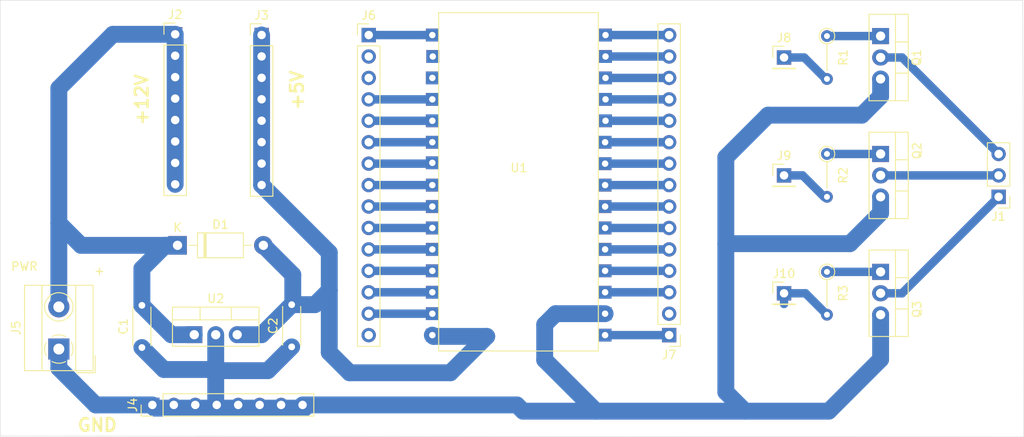
<source format=kicad_pcb>
(kicad_pcb (version 20171130) (host pcbnew "(5.1.9)-1")

  (general
    (thickness 1.6)
    (drawings 9)
    (tracks 105)
    (zones 0)
    (modules 21)
    (nets 45)
  )

  (page A4)
  (layers
    (0 F.Cu signal)
    (31 B.Cu signal)
    (32 B.Adhes user)
    (33 F.Adhes user)
    (34 B.Paste user)
    (35 F.Paste user)
    (36 B.SilkS user)
    (37 F.SilkS user)
    (38 B.Mask user)
    (39 F.Mask user)
    (40 Dwgs.User user)
    (41 Cmts.User user)
    (42 Eco1.User user)
    (43 Eco2.User user)
    (44 Edge.Cuts user)
    (45 Margin user)
    (46 B.CrtYd user)
    (47 F.CrtYd user)
    (48 B.Fab user)
    (49 F.Fab user hide)
  )

  (setup
    (last_trace_width 1)
    (user_trace_width 0.5)
    (user_trace_width 1)
    (user_trace_width 2)
    (trace_clearance 0.2)
    (zone_clearance 0.508)
    (zone_45_only no)
    (trace_min 0.2)
    (via_size 0.8)
    (via_drill 0.4)
    (via_min_size 0.4)
    (via_min_drill 0.3)
    (uvia_size 0.3)
    (uvia_drill 0.1)
    (uvias_allowed no)
    (uvia_min_size 0.2)
    (uvia_min_drill 0.1)
    (edge_width 0.05)
    (segment_width 0.2)
    (pcb_text_width 0.3)
    (pcb_text_size 1.5 1.5)
    (mod_edge_width 0.12)
    (mod_text_size 1 1)
    (mod_text_width 0.15)
    (pad_size 1.524 1.524)
    (pad_drill 0.762)
    (pad_to_mask_clearance 0)
    (aux_axis_origin 0 0)
    (visible_elements 7FFFFFFF)
    (pcbplotparams
      (layerselection 0x010fc_ffffffff)
      (usegerberextensions false)
      (usegerberattributes true)
      (usegerberadvancedattributes true)
      (creategerberjobfile true)
      (excludeedgelayer true)
      (linewidth 0.100000)
      (plotframeref false)
      (viasonmask false)
      (mode 1)
      (useauxorigin false)
      (hpglpennumber 1)
      (hpglpenspeed 20)
      (hpglpendiameter 15.000000)
      (psnegative false)
      (psa4output false)
      (plotreference true)
      (plotvalue true)
      (plotinvisibletext false)
      (padsonsilk false)
      (subtractmaskfromsilk false)
      (outputformat 1)
      (mirror false)
      (drillshape 1)
      (scaleselection 1)
      (outputdirectory ""))
  )

  (net 0 "")
  (net 1 "Net-(J1-Pad3)")
  (net 2 "Net-(J1-Pad2)")
  (net 3 "Net-(J1-Pad1)")
  (net 4 "Net-(Q1-Pad1)")
  (net 5 "Net-(Q2-Pad1)")
  (net 6 "Net-(Q3-Pad1)")
  (net 7 "Net-(U1-Pad18)")
  (net 8 "Net-(U1-Pad17)")
  (net 9 5V)
  (net 10 +12V)
  (net 11 GND)
  (net 12 "Net-(J6-Pad15)")
  (net 13 "Net-(J6-Pad14)")
  (net 14 "Net-(J6-Pad13)")
  (net 15 "Net-(J6-Pad12)")
  (net 16 "Net-(J6-Pad11)")
  (net 17 "Net-(J6-Pad10)")
  (net 18 "Net-(J6-Pad9)")
  (net 19 "Net-(J6-Pad8)")
  (net 20 "Net-(J6-Pad7)")
  (net 21 "Net-(J6-Pad6)")
  (net 22 "Net-(J6-Pad5)")
  (net 23 "Net-(J6-Pad4)")
  (net 24 "Net-(J6-Pad3)")
  (net 25 "Net-(J6-Pad2)")
  (net 26 "Net-(J6-Pad1)")
  (net 27 "Net-(J7-Pad15)")
  (net 28 "Net-(J7-Pad14)")
  (net 29 "Net-(J7-Pad13)")
  (net 30 "Net-(J7-Pad12)")
  (net 31 "Net-(J7-Pad11)")
  (net 32 "Net-(J7-Pad10)")
  (net 33 "Net-(J7-Pad9)")
  (net 34 "Net-(J7-Pad8)")
  (net 35 "Net-(J7-Pad7)")
  (net 36 "Net-(J7-Pad6)")
  (net 37 "Net-(J7-Pad5)")
  (net 38 "Net-(J7-Pad4)")
  (net 39 "Net-(J7-Pad3)")
  (net 40 "Net-(J7-Pad2)")
  (net 41 "Net-(J7-Pad1)")
  (net 42 "Net-(J8-Pad1)")
  (net 43 "Net-(J9-Pad1)")
  (net 44 "Net-(J10-Pad1)")

  (net_class Default "This is the default net class."
    (clearance 0.2)
    (trace_width 0.25)
    (via_dia 0.8)
    (via_drill 0.4)
    (uvia_dia 0.3)
    (uvia_drill 0.1)
    (add_net +12V)
    (add_net 5V)
    (add_net GND)
    (add_net "Net-(J1-Pad1)")
    (add_net "Net-(J1-Pad2)")
    (add_net "Net-(J1-Pad3)")
    (add_net "Net-(J10-Pad1)")
    (add_net "Net-(J6-Pad1)")
    (add_net "Net-(J6-Pad10)")
    (add_net "Net-(J6-Pad11)")
    (add_net "Net-(J6-Pad12)")
    (add_net "Net-(J6-Pad13)")
    (add_net "Net-(J6-Pad14)")
    (add_net "Net-(J6-Pad15)")
    (add_net "Net-(J6-Pad2)")
    (add_net "Net-(J6-Pad3)")
    (add_net "Net-(J6-Pad4)")
    (add_net "Net-(J6-Pad5)")
    (add_net "Net-(J6-Pad6)")
    (add_net "Net-(J6-Pad7)")
    (add_net "Net-(J6-Pad8)")
    (add_net "Net-(J6-Pad9)")
    (add_net "Net-(J7-Pad1)")
    (add_net "Net-(J7-Pad10)")
    (add_net "Net-(J7-Pad11)")
    (add_net "Net-(J7-Pad12)")
    (add_net "Net-(J7-Pad13)")
    (add_net "Net-(J7-Pad14)")
    (add_net "Net-(J7-Pad15)")
    (add_net "Net-(J7-Pad2)")
    (add_net "Net-(J7-Pad3)")
    (add_net "Net-(J7-Pad4)")
    (add_net "Net-(J7-Pad5)")
    (add_net "Net-(J7-Pad6)")
    (add_net "Net-(J7-Pad7)")
    (add_net "Net-(J7-Pad8)")
    (add_net "Net-(J7-Pad9)")
    (add_net "Net-(J8-Pad1)")
    (add_net "Net-(J9-Pad1)")
    (add_net "Net-(Q1-Pad1)")
    (add_net "Net-(Q2-Pad1)")
    (add_net "Net-(Q3-Pad1)")
    (add_net "Net-(U1-Pad17)")
    (add_net "Net-(U1-Pad18)")
  )

  (module Connector_PinHeader_2.54mm:PinHeader_1x08_P2.54mm_Vertical (layer F.Cu) (tedit 59FED5CC) (tstamp 609E2D40)
    (at 85 66.45 90)
    (descr "Through hole straight pin header, 1x08, 2.54mm pitch, single row")
    (tags "Through hole pin header THT 1x08 2.54mm single row")
    (path /60A1AA65)
    (fp_text reference J4 (at 0 -2.33 90) (layer F.SilkS)
      (effects (font (size 1 1) (thickness 0.15)))
    )
    (fp_text value GND (at 0 20.11 90) (layer F.Fab)
      (effects (font (size 1 1) (thickness 0.15)))
    )
    (fp_line (start -0.635 -1.27) (end 1.27 -1.27) (layer F.Fab) (width 0.1))
    (fp_line (start 1.27 -1.27) (end 1.27 19.05) (layer F.Fab) (width 0.1))
    (fp_line (start 1.27 19.05) (end -1.27 19.05) (layer F.Fab) (width 0.1))
    (fp_line (start -1.27 19.05) (end -1.27 -0.635) (layer F.Fab) (width 0.1))
    (fp_line (start -1.27 -0.635) (end -0.635 -1.27) (layer F.Fab) (width 0.1))
    (fp_line (start -1.33 19.11) (end 1.33 19.11) (layer F.SilkS) (width 0.12))
    (fp_line (start -1.33 1.27) (end -1.33 19.11) (layer F.SilkS) (width 0.12))
    (fp_line (start 1.33 1.27) (end 1.33 19.11) (layer F.SilkS) (width 0.12))
    (fp_line (start -1.33 1.27) (end 1.33 1.27) (layer F.SilkS) (width 0.12))
    (fp_line (start -1.33 0) (end -1.33 -1.33) (layer F.SilkS) (width 0.12))
    (fp_line (start -1.33 -1.33) (end 0 -1.33) (layer F.SilkS) (width 0.12))
    (fp_line (start -1.8 -1.8) (end -1.8 19.55) (layer F.CrtYd) (width 0.05))
    (fp_line (start -1.8 19.55) (end 1.8 19.55) (layer F.CrtYd) (width 0.05))
    (fp_line (start 1.8 19.55) (end 1.8 -1.8) (layer F.CrtYd) (width 0.05))
    (fp_line (start 1.8 -1.8) (end -1.8 -1.8) (layer F.CrtYd) (width 0.05))
    (fp_text user %R (at 0 8.89) (layer F.Fab)
      (effects (font (size 1 1) (thickness 0.15)))
    )
    (pad 8 thru_hole oval (at 0 17.78 90) (size 1.7 1.7) (drill 1) (layers *.Cu *.Mask)
      (net 11 GND))
    (pad 7 thru_hole oval (at 0 15.24 90) (size 1.7 1.7) (drill 1) (layers *.Cu *.Mask)
      (net 11 GND))
    (pad 6 thru_hole oval (at 0 12.7 90) (size 1.7 1.7) (drill 1) (layers *.Cu *.Mask)
      (net 11 GND))
    (pad 5 thru_hole oval (at 0 10.16 90) (size 1.7 1.7) (drill 1) (layers *.Cu *.Mask)
      (net 11 GND))
    (pad 4 thru_hole oval (at 0 7.62 90) (size 1.7 1.7) (drill 1) (layers *.Cu *.Mask)
      (net 11 GND))
    (pad 3 thru_hole oval (at 0 5.08 90) (size 1.7 1.7) (drill 1) (layers *.Cu *.Mask)
      (net 11 GND))
    (pad 2 thru_hole oval (at 0 2.54 90) (size 1.7 1.7) (drill 1) (layers *.Cu *.Mask)
      (net 11 GND))
    (pad 1 thru_hole rect (at 0 0 90) (size 1.7 1.7) (drill 1) (layers *.Cu *.Mask)
      (net 11 GND))
    (model ${KISYS3DMOD}/Connector_PinHeader_2.54mm.3dshapes/PinHeader_1x08_P2.54mm_Vertical.wrl
      (at (xyz 0 0 0))
      (scale (xyz 1 1 1))
      (rotate (xyz 0 0 0))
    )
  )

  (module Package_TO_SOT_THT:TO-220-3_Vertical (layer F.Cu) (tedit 5AC8BA0D) (tstamp 609EAD75)
    (at 89.96 58.13)
    (descr "TO-220-3, Vertical, RM 2.54mm, see https://www.vishay.com/docs/66542/to-220-1.pdf")
    (tags "TO-220-3 Vertical RM 2.54mm")
    (path /609DD8D8)
    (fp_text reference U2 (at 2.54 -4.27) (layer F.SilkS)
      (effects (font (size 1 1) (thickness 0.15)))
    )
    (fp_text value L7805 (at 2.54 2.5) (layer F.Fab)
      (effects (font (size 1 1) (thickness 0.15)))
    )
    (fp_line (start 7.79 -3.4) (end -2.71 -3.4) (layer F.CrtYd) (width 0.05))
    (fp_line (start 7.79 1.51) (end 7.79 -3.4) (layer F.CrtYd) (width 0.05))
    (fp_line (start -2.71 1.51) (end 7.79 1.51) (layer F.CrtYd) (width 0.05))
    (fp_line (start -2.71 -3.4) (end -2.71 1.51) (layer F.CrtYd) (width 0.05))
    (fp_line (start 4.391 -3.27) (end 4.391 -1.76) (layer F.SilkS) (width 0.12))
    (fp_line (start 0.69 -3.27) (end 0.69 -1.76) (layer F.SilkS) (width 0.12))
    (fp_line (start -2.58 -1.76) (end 7.66 -1.76) (layer F.SilkS) (width 0.12))
    (fp_line (start 7.66 -3.27) (end 7.66 1.371) (layer F.SilkS) (width 0.12))
    (fp_line (start -2.58 -3.27) (end -2.58 1.371) (layer F.SilkS) (width 0.12))
    (fp_line (start -2.58 1.371) (end 7.66 1.371) (layer F.SilkS) (width 0.12))
    (fp_line (start -2.58 -3.27) (end 7.66 -3.27) (layer F.SilkS) (width 0.12))
    (fp_line (start 4.39 -3.15) (end 4.39 -1.88) (layer F.Fab) (width 0.1))
    (fp_line (start 0.69 -3.15) (end 0.69 -1.88) (layer F.Fab) (width 0.1))
    (fp_line (start -2.46 -1.88) (end 7.54 -1.88) (layer F.Fab) (width 0.1))
    (fp_line (start 7.54 -3.15) (end -2.46 -3.15) (layer F.Fab) (width 0.1))
    (fp_line (start 7.54 1.25) (end 7.54 -3.15) (layer F.Fab) (width 0.1))
    (fp_line (start -2.46 1.25) (end 7.54 1.25) (layer F.Fab) (width 0.1))
    (fp_line (start -2.46 -3.15) (end -2.46 1.25) (layer F.Fab) (width 0.1))
    (fp_text user %R (at 2.54 -4.27) (layer F.Fab)
      (effects (font (size 1 1) (thickness 0.15)))
    )
    (pad 3 thru_hole oval (at 5.08 0) (size 1.905 2) (drill 1.1) (layers *.Cu *.Mask)
      (net 9 5V))
    (pad 2 thru_hole oval (at 2.54 0) (size 1.905 2) (drill 1.1) (layers *.Cu *.Mask)
      (net 11 GND))
    (pad 1 thru_hole rect (at 0 0) (size 1.905 2) (drill 1.1) (layers *.Cu *.Mask)
      (net 10 +12V))
    (model ${KISYS3DMOD}/Package_TO_SOT_THT.3dshapes/TO-220-3_Vertical.wrl
      (at (xyz 0 0 0))
      (scale (xyz 1 1 1))
      (rotate (xyz 0 0 0))
    )
  )

  (module Connector_PinHeader_2.54mm:PinHeader_1x08_P2.54mm_Vertical (layer F.Cu) (tedit 59FED5CC) (tstamp 609E2D24)
    (at 97.93 22.61)
    (descr "Through hole straight pin header, 1x08, 2.54mm pitch, single row")
    (tags "Through hole pin header THT 1x08 2.54mm single row")
    (path /609E9EAE)
    (fp_text reference J3 (at 0 -2.33) (layer F.SilkS)
      (effects (font (size 1 1) (thickness 0.15)))
    )
    (fp_text value 5V (at 0 20.11) (layer F.Fab)
      (effects (font (size 1 1) (thickness 0.15)))
    )
    (fp_line (start -0.635 -1.27) (end 1.27 -1.27) (layer F.Fab) (width 0.1))
    (fp_line (start 1.27 -1.27) (end 1.27 19.05) (layer F.Fab) (width 0.1))
    (fp_line (start 1.27 19.05) (end -1.27 19.05) (layer F.Fab) (width 0.1))
    (fp_line (start -1.27 19.05) (end -1.27 -0.635) (layer F.Fab) (width 0.1))
    (fp_line (start -1.27 -0.635) (end -0.635 -1.27) (layer F.Fab) (width 0.1))
    (fp_line (start -1.33 19.11) (end 1.33 19.11) (layer F.SilkS) (width 0.12))
    (fp_line (start -1.33 1.27) (end -1.33 19.11) (layer F.SilkS) (width 0.12))
    (fp_line (start 1.33 1.27) (end 1.33 19.11) (layer F.SilkS) (width 0.12))
    (fp_line (start -1.33 1.27) (end 1.33 1.27) (layer F.SilkS) (width 0.12))
    (fp_line (start -1.33 0) (end -1.33 -1.33) (layer F.SilkS) (width 0.12))
    (fp_line (start -1.33 -1.33) (end 0 -1.33) (layer F.SilkS) (width 0.12))
    (fp_line (start -1.8 -1.8) (end -1.8 19.55) (layer F.CrtYd) (width 0.05))
    (fp_line (start -1.8 19.55) (end 1.8 19.55) (layer F.CrtYd) (width 0.05))
    (fp_line (start 1.8 19.55) (end 1.8 -1.8) (layer F.CrtYd) (width 0.05))
    (fp_line (start 1.8 -1.8) (end -1.8 -1.8) (layer F.CrtYd) (width 0.05))
    (fp_text user %R (at 0 8.89 90) (layer F.Fab)
      (effects (font (size 1 1) (thickness 0.15)))
    )
    (pad 8 thru_hole oval (at 0 17.78) (size 1.7 1.7) (drill 1) (layers *.Cu *.Mask)
      (net 9 5V))
    (pad 7 thru_hole oval (at 0 15.24) (size 1.7 1.7) (drill 1) (layers *.Cu *.Mask)
      (net 9 5V))
    (pad 6 thru_hole oval (at 0 12.7) (size 1.7 1.7) (drill 1) (layers *.Cu *.Mask)
      (net 9 5V))
    (pad 5 thru_hole oval (at 0 10.16) (size 1.7 1.7) (drill 1) (layers *.Cu *.Mask)
      (net 9 5V))
    (pad 4 thru_hole oval (at 0 7.62) (size 1.7 1.7) (drill 1) (layers *.Cu *.Mask)
      (net 9 5V))
    (pad 3 thru_hole oval (at 0 5.08) (size 1.7 1.7) (drill 1) (layers *.Cu *.Mask)
      (net 9 5V))
    (pad 2 thru_hole oval (at 0 2.54) (size 1.7 1.7) (drill 1) (layers *.Cu *.Mask)
      (net 9 5V))
    (pad 1 thru_hole rect (at 0 0) (size 1.7 1.7) (drill 1) (layers *.Cu *.Mask)
      (net 9 5V))
    (model ${KISYS3DMOD}/Connector_PinHeader_2.54mm.3dshapes/PinHeader_1x08_P2.54mm_Vertical.wrl
      (at (xyz 0 0 0))
      (scale (xyz 1 1 1))
      (rotate (xyz 0 0 0))
    )
  )

  (module Connector_PinHeader_2.54mm:PinHeader_1x01_P2.54mm_Vertical (layer F.Cu) (tedit 59FED5CC) (tstamp 609E835F)
    (at 159.77 53.22)
    (descr "Through hole straight pin header, 1x01, 2.54mm pitch, single row")
    (tags "Through hole pin header THT 1x01 2.54mm single row")
    (path /60C89541)
    (fp_text reference J10 (at 0 -2.33) (layer F.SilkS)
      (effects (font (size 1 1) (thickness 0.15)))
    )
    (fp_text value Conn_01x01_Male (at 0 2.33) (layer F.Fab)
      (effects (font (size 1 1) (thickness 0.15)))
    )
    (fp_text user %R (at 0 0 90) (layer F.Fab)
      (effects (font (size 1 1) (thickness 0.15)))
    )
    (fp_line (start -0.635 -1.27) (end 1.27 -1.27) (layer F.Fab) (width 0.1))
    (fp_line (start 1.27 -1.27) (end 1.27 1.27) (layer F.Fab) (width 0.1))
    (fp_line (start 1.27 1.27) (end -1.27 1.27) (layer F.Fab) (width 0.1))
    (fp_line (start -1.27 1.27) (end -1.27 -0.635) (layer F.Fab) (width 0.1))
    (fp_line (start -1.27 -0.635) (end -0.635 -1.27) (layer F.Fab) (width 0.1))
    (fp_line (start -1.33 1.33) (end 1.33 1.33) (layer F.SilkS) (width 0.12))
    (fp_line (start -1.33 1.27) (end -1.33 1.33) (layer F.SilkS) (width 0.12))
    (fp_line (start 1.33 1.27) (end 1.33 1.33) (layer F.SilkS) (width 0.12))
    (fp_line (start -1.33 1.27) (end 1.33 1.27) (layer F.SilkS) (width 0.12))
    (fp_line (start -1.33 0) (end -1.33 -1.33) (layer F.SilkS) (width 0.12))
    (fp_line (start -1.33 -1.33) (end 0 -1.33) (layer F.SilkS) (width 0.12))
    (fp_line (start -1.8 -1.8) (end -1.8 1.8) (layer F.CrtYd) (width 0.05))
    (fp_line (start -1.8 1.8) (end 1.8 1.8) (layer F.CrtYd) (width 0.05))
    (fp_line (start 1.8 1.8) (end 1.8 -1.8) (layer F.CrtYd) (width 0.05))
    (fp_line (start 1.8 -1.8) (end -1.8 -1.8) (layer F.CrtYd) (width 0.05))
    (pad 1 thru_hole rect (at 0 0) (size 1.7 1.7) (drill 1) (layers *.Cu *.Mask)
      (net 44 "Net-(J10-Pad1)"))
    (model ${KISYS3DMOD}/Connector_PinHeader_2.54mm.3dshapes/PinHeader_1x01_P2.54mm_Vertical.wrl
      (at (xyz 0 0 0))
      (scale (xyz 1 1 1))
      (rotate (xyz 0 0 0))
    )
  )

  (module Connector_PinHeader_2.54mm:PinHeader_1x01_P2.54mm_Vertical (layer F.Cu) (tedit 59FED5CC) (tstamp 609E834A)
    (at 159.77 39.25)
    (descr "Through hole straight pin header, 1x01, 2.54mm pitch, single row")
    (tags "Through hole pin header THT 1x01 2.54mm single row")
    (path /60C85174)
    (fp_text reference J9 (at 0 -2.33) (layer F.SilkS)
      (effects (font (size 1 1) (thickness 0.15)))
    )
    (fp_text value Conn_01x01_Male (at 0 2.33) (layer F.Fab)
      (effects (font (size 1 1) (thickness 0.15)))
    )
    (fp_text user %R (at 0 0 90) (layer F.Fab)
      (effects (font (size 1 1) (thickness 0.15)))
    )
    (fp_line (start -0.635 -1.27) (end 1.27 -1.27) (layer F.Fab) (width 0.1))
    (fp_line (start 1.27 -1.27) (end 1.27 1.27) (layer F.Fab) (width 0.1))
    (fp_line (start 1.27 1.27) (end -1.27 1.27) (layer F.Fab) (width 0.1))
    (fp_line (start -1.27 1.27) (end -1.27 -0.635) (layer F.Fab) (width 0.1))
    (fp_line (start -1.27 -0.635) (end -0.635 -1.27) (layer F.Fab) (width 0.1))
    (fp_line (start -1.33 1.33) (end 1.33 1.33) (layer F.SilkS) (width 0.12))
    (fp_line (start -1.33 1.27) (end -1.33 1.33) (layer F.SilkS) (width 0.12))
    (fp_line (start 1.33 1.27) (end 1.33 1.33) (layer F.SilkS) (width 0.12))
    (fp_line (start -1.33 1.27) (end 1.33 1.27) (layer F.SilkS) (width 0.12))
    (fp_line (start -1.33 0) (end -1.33 -1.33) (layer F.SilkS) (width 0.12))
    (fp_line (start -1.33 -1.33) (end 0 -1.33) (layer F.SilkS) (width 0.12))
    (fp_line (start -1.8 -1.8) (end -1.8 1.8) (layer F.CrtYd) (width 0.05))
    (fp_line (start -1.8 1.8) (end 1.8 1.8) (layer F.CrtYd) (width 0.05))
    (fp_line (start 1.8 1.8) (end 1.8 -1.8) (layer F.CrtYd) (width 0.05))
    (fp_line (start 1.8 -1.8) (end -1.8 -1.8) (layer F.CrtYd) (width 0.05))
    (pad 1 thru_hole rect (at 0 0) (size 1.7 1.7) (drill 1) (layers *.Cu *.Mask)
      (net 43 "Net-(J9-Pad1)"))
    (model ${KISYS3DMOD}/Connector_PinHeader_2.54mm.3dshapes/PinHeader_1x01_P2.54mm_Vertical.wrl
      (at (xyz 0 0 0))
      (scale (xyz 1 1 1))
      (rotate (xyz 0 0 0))
    )
  )

  (module Connector_PinHeader_2.54mm:PinHeader_1x01_P2.54mm_Vertical (layer F.Cu) (tedit 59FED5CC) (tstamp 609E8335)
    (at 159.77 25.28)
    (descr "Through hole straight pin header, 1x01, 2.54mm pitch, single row")
    (tags "Through hole pin header THT 1x01 2.54mm single row")
    (path /60C8406C)
    (fp_text reference J8 (at 0 -2.33) (layer F.SilkS)
      (effects (font (size 1 1) (thickness 0.15)))
    )
    (fp_text value Conn_01x01_Male (at 0 2.33) (layer F.Fab)
      (effects (font (size 1 1) (thickness 0.15)))
    )
    (fp_text user %R (at 0 0 90) (layer F.Fab)
      (effects (font (size 1 1) (thickness 0.15)))
    )
    (fp_line (start -0.635 -1.27) (end 1.27 -1.27) (layer F.Fab) (width 0.1))
    (fp_line (start 1.27 -1.27) (end 1.27 1.27) (layer F.Fab) (width 0.1))
    (fp_line (start 1.27 1.27) (end -1.27 1.27) (layer F.Fab) (width 0.1))
    (fp_line (start -1.27 1.27) (end -1.27 -0.635) (layer F.Fab) (width 0.1))
    (fp_line (start -1.27 -0.635) (end -0.635 -1.27) (layer F.Fab) (width 0.1))
    (fp_line (start -1.33 1.33) (end 1.33 1.33) (layer F.SilkS) (width 0.12))
    (fp_line (start -1.33 1.27) (end -1.33 1.33) (layer F.SilkS) (width 0.12))
    (fp_line (start 1.33 1.27) (end 1.33 1.33) (layer F.SilkS) (width 0.12))
    (fp_line (start -1.33 1.27) (end 1.33 1.27) (layer F.SilkS) (width 0.12))
    (fp_line (start -1.33 0) (end -1.33 -1.33) (layer F.SilkS) (width 0.12))
    (fp_line (start -1.33 -1.33) (end 0 -1.33) (layer F.SilkS) (width 0.12))
    (fp_line (start -1.8 -1.8) (end -1.8 1.8) (layer F.CrtYd) (width 0.05))
    (fp_line (start -1.8 1.8) (end 1.8 1.8) (layer F.CrtYd) (width 0.05))
    (fp_line (start 1.8 1.8) (end 1.8 -1.8) (layer F.CrtYd) (width 0.05))
    (fp_line (start 1.8 -1.8) (end -1.8 -1.8) (layer F.CrtYd) (width 0.05))
    (pad 1 thru_hole rect (at 0 0) (size 1.7 1.7) (drill 1) (layers *.Cu *.Mask)
      (net 42 "Net-(J8-Pad1)"))
    (model ${KISYS3DMOD}/Connector_PinHeader_2.54mm.3dshapes/PinHeader_1x01_P2.54mm_Vertical.wrl
      (at (xyz 0 0 0))
      (scale (xyz 1 1 1))
      (rotate (xyz 0 0 0))
    )
  )

  (module Connector_PinHeader_2.54mm:PinHeader_1x15_P2.54mm_Vertical (layer F.Cu) (tedit 59FED5CC) (tstamp 609E8320)
    (at 146.17 58.18 180)
    (descr "Through hole straight pin header, 1x15, 2.54mm pitch, single row")
    (tags "Through hole pin header THT 1x15 2.54mm single row")
    (path /60BDFFEE)
    (fp_text reference J7 (at 0 -2.33) (layer F.SilkS)
      (effects (font (size 1 1) (thickness 0.15)))
    )
    (fp_text value Conn_01x15_Male (at 0 37.89) (layer F.Fab)
      (effects (font (size 1 1) (thickness 0.15)))
    )
    (fp_text user %R (at 0 17.78 90) (layer F.Fab)
      (effects (font (size 1 1) (thickness 0.15)))
    )
    (fp_line (start -0.635 -1.27) (end 1.27 -1.27) (layer F.Fab) (width 0.1))
    (fp_line (start 1.27 -1.27) (end 1.27 36.83) (layer F.Fab) (width 0.1))
    (fp_line (start 1.27 36.83) (end -1.27 36.83) (layer F.Fab) (width 0.1))
    (fp_line (start -1.27 36.83) (end -1.27 -0.635) (layer F.Fab) (width 0.1))
    (fp_line (start -1.27 -0.635) (end -0.635 -1.27) (layer F.Fab) (width 0.1))
    (fp_line (start -1.33 36.89) (end 1.33 36.89) (layer F.SilkS) (width 0.12))
    (fp_line (start -1.33 1.27) (end -1.33 36.89) (layer F.SilkS) (width 0.12))
    (fp_line (start 1.33 1.27) (end 1.33 36.89) (layer F.SilkS) (width 0.12))
    (fp_line (start -1.33 1.27) (end 1.33 1.27) (layer F.SilkS) (width 0.12))
    (fp_line (start -1.33 0) (end -1.33 -1.33) (layer F.SilkS) (width 0.12))
    (fp_line (start -1.33 -1.33) (end 0 -1.33) (layer F.SilkS) (width 0.12))
    (fp_line (start -1.8 -1.8) (end -1.8 37.35) (layer F.CrtYd) (width 0.05))
    (fp_line (start -1.8 37.35) (end 1.8 37.35) (layer F.CrtYd) (width 0.05))
    (fp_line (start 1.8 37.35) (end 1.8 -1.8) (layer F.CrtYd) (width 0.05))
    (fp_line (start 1.8 -1.8) (end -1.8 -1.8) (layer F.CrtYd) (width 0.05))
    (pad 15 thru_hole oval (at 0 35.56 180) (size 1.7 1.7) (drill 1) (layers *.Cu *.Mask)
      (net 27 "Net-(J7-Pad15)"))
    (pad 14 thru_hole oval (at 0 33.02 180) (size 1.7 1.7) (drill 1) (layers *.Cu *.Mask)
      (net 28 "Net-(J7-Pad14)"))
    (pad 13 thru_hole oval (at 0 30.48 180) (size 1.7 1.7) (drill 1) (layers *.Cu *.Mask)
      (net 29 "Net-(J7-Pad13)"))
    (pad 12 thru_hole oval (at 0 27.94 180) (size 1.7 1.7) (drill 1) (layers *.Cu *.Mask)
      (net 30 "Net-(J7-Pad12)"))
    (pad 11 thru_hole oval (at 0 25.4 180) (size 1.7 1.7) (drill 1) (layers *.Cu *.Mask)
      (net 31 "Net-(J7-Pad11)"))
    (pad 10 thru_hole oval (at 0 22.86 180) (size 1.7 1.7) (drill 1) (layers *.Cu *.Mask)
      (net 32 "Net-(J7-Pad10)"))
    (pad 9 thru_hole oval (at 0 20.32 180) (size 1.7 1.7) (drill 1) (layers *.Cu *.Mask)
      (net 33 "Net-(J7-Pad9)"))
    (pad 8 thru_hole oval (at 0 17.78 180) (size 1.7 1.7) (drill 1) (layers *.Cu *.Mask)
      (net 34 "Net-(J7-Pad8)"))
    (pad 7 thru_hole oval (at 0 15.24 180) (size 1.7 1.7) (drill 1) (layers *.Cu *.Mask)
      (net 35 "Net-(J7-Pad7)"))
    (pad 6 thru_hole oval (at 0 12.7 180) (size 1.7 1.7) (drill 1) (layers *.Cu *.Mask)
      (net 36 "Net-(J7-Pad6)"))
    (pad 5 thru_hole oval (at 0 10.16 180) (size 1.7 1.7) (drill 1) (layers *.Cu *.Mask)
      (net 37 "Net-(J7-Pad5)"))
    (pad 4 thru_hole oval (at 0 7.62 180) (size 1.7 1.7) (drill 1) (layers *.Cu *.Mask)
      (net 38 "Net-(J7-Pad4)"))
    (pad 3 thru_hole oval (at 0 5.08 180) (size 1.7 1.7) (drill 1) (layers *.Cu *.Mask)
      (net 39 "Net-(J7-Pad3)"))
    (pad 2 thru_hole oval (at 0 2.54 180) (size 1.7 1.7) (drill 1) (layers *.Cu *.Mask)
      (net 40 "Net-(J7-Pad2)"))
    (pad 1 thru_hole rect (at 0 0 180) (size 1.7 1.7) (drill 1) (layers *.Cu *.Mask)
      (net 41 "Net-(J7-Pad1)"))
    (model ${KISYS3DMOD}/Connector_PinHeader_2.54mm.3dshapes/PinHeader_1x15_P2.54mm_Vertical.wrl
      (at (xyz 0 0 0))
      (scale (xyz 1 1 1))
      (rotate (xyz 0 0 0))
    )
  )

  (module Connector_PinHeader_2.54mm:PinHeader_1x15_P2.54mm_Vertical (layer F.Cu) (tedit 59FED5CC) (tstamp 609E82FD)
    (at 110.61 22.62)
    (descr "Through hole straight pin header, 1x15, 2.54mm pitch, single row")
    (tags "Through hole pin header THT 1x15 2.54mm single row")
    (path /60BF1493)
    (fp_text reference J6 (at 0 -2.33) (layer F.SilkS)
      (effects (font (size 1 1) (thickness 0.15)))
    )
    (fp_text value Conn_01x15_Male (at 0 37.89) (layer F.Fab)
      (effects (font (size 1 1) (thickness 0.15)))
    )
    (fp_text user %R (at 0 17.78 90) (layer F.Fab)
      (effects (font (size 1 1) (thickness 0.15)))
    )
    (fp_line (start -0.635 -1.27) (end 1.27 -1.27) (layer F.Fab) (width 0.1))
    (fp_line (start 1.27 -1.27) (end 1.27 36.83) (layer F.Fab) (width 0.1))
    (fp_line (start 1.27 36.83) (end -1.27 36.83) (layer F.Fab) (width 0.1))
    (fp_line (start -1.27 36.83) (end -1.27 -0.635) (layer F.Fab) (width 0.1))
    (fp_line (start -1.27 -0.635) (end -0.635 -1.27) (layer F.Fab) (width 0.1))
    (fp_line (start -1.33 36.89) (end 1.33 36.89) (layer F.SilkS) (width 0.12))
    (fp_line (start -1.33 1.27) (end -1.33 36.89) (layer F.SilkS) (width 0.12))
    (fp_line (start 1.33 1.27) (end 1.33 36.89) (layer F.SilkS) (width 0.12))
    (fp_line (start -1.33 1.27) (end 1.33 1.27) (layer F.SilkS) (width 0.12))
    (fp_line (start -1.33 0) (end -1.33 -1.33) (layer F.SilkS) (width 0.12))
    (fp_line (start -1.33 -1.33) (end 0 -1.33) (layer F.SilkS) (width 0.12))
    (fp_line (start -1.8 -1.8) (end -1.8 37.35) (layer F.CrtYd) (width 0.05))
    (fp_line (start -1.8 37.35) (end 1.8 37.35) (layer F.CrtYd) (width 0.05))
    (fp_line (start 1.8 37.35) (end 1.8 -1.8) (layer F.CrtYd) (width 0.05))
    (fp_line (start 1.8 -1.8) (end -1.8 -1.8) (layer F.CrtYd) (width 0.05))
    (pad 15 thru_hole oval (at 0 35.56) (size 1.7 1.7) (drill 1) (layers *.Cu *.Mask)
      (net 12 "Net-(J6-Pad15)"))
    (pad 14 thru_hole oval (at 0 33.02) (size 1.7 1.7) (drill 1) (layers *.Cu *.Mask)
      (net 13 "Net-(J6-Pad14)"))
    (pad 13 thru_hole oval (at 0 30.48) (size 1.7 1.7) (drill 1) (layers *.Cu *.Mask)
      (net 14 "Net-(J6-Pad13)"))
    (pad 12 thru_hole oval (at 0 27.94) (size 1.7 1.7) (drill 1) (layers *.Cu *.Mask)
      (net 15 "Net-(J6-Pad12)"))
    (pad 11 thru_hole oval (at 0 25.4) (size 1.7 1.7) (drill 1) (layers *.Cu *.Mask)
      (net 16 "Net-(J6-Pad11)"))
    (pad 10 thru_hole oval (at 0 22.86) (size 1.7 1.7) (drill 1) (layers *.Cu *.Mask)
      (net 17 "Net-(J6-Pad10)"))
    (pad 9 thru_hole oval (at 0 20.32) (size 1.7 1.7) (drill 1) (layers *.Cu *.Mask)
      (net 18 "Net-(J6-Pad9)"))
    (pad 8 thru_hole oval (at 0 17.78) (size 1.7 1.7) (drill 1) (layers *.Cu *.Mask)
      (net 19 "Net-(J6-Pad8)"))
    (pad 7 thru_hole oval (at 0 15.24) (size 1.7 1.7) (drill 1) (layers *.Cu *.Mask)
      (net 20 "Net-(J6-Pad7)"))
    (pad 6 thru_hole oval (at 0 12.7) (size 1.7 1.7) (drill 1) (layers *.Cu *.Mask)
      (net 21 "Net-(J6-Pad6)"))
    (pad 5 thru_hole oval (at 0 10.16) (size 1.7 1.7) (drill 1) (layers *.Cu *.Mask)
      (net 22 "Net-(J6-Pad5)"))
    (pad 4 thru_hole oval (at 0 7.62) (size 1.7 1.7) (drill 1) (layers *.Cu *.Mask)
      (net 23 "Net-(J6-Pad4)"))
    (pad 3 thru_hole oval (at 0 5.08) (size 1.7 1.7) (drill 1) (layers *.Cu *.Mask)
      (net 24 "Net-(J6-Pad3)"))
    (pad 2 thru_hole oval (at 0 2.54) (size 1.7 1.7) (drill 1) (layers *.Cu *.Mask)
      (net 25 "Net-(J6-Pad2)"))
    (pad 1 thru_hole rect (at 0 0) (size 1.7 1.7) (drill 1) (layers *.Cu *.Mask)
      (net 26 "Net-(J6-Pad1)"))
    (model ${KISYS3DMOD}/Connector_PinHeader_2.54mm.3dshapes/PinHeader_1x15_P2.54mm_Vertical.wrl
      (at (xyz 0 0 0))
      (scale (xyz 1 1 1))
      (rotate (xyz 0 0 0))
    )
  )

  (module Capacitor_THT:C_Disc_D4.3mm_W1.9mm_P5.00mm (layer F.Cu) (tedit 5AE50EF0) (tstamp 609EAACB)
    (at 101.49 59.57 90)
    (descr "C, Disc series, Radial, pin pitch=5.00mm, , diameter*width=4.3*1.9mm^2, Capacitor, http://www.vishay.com/docs/45233/krseries.pdf")
    (tags "C Disc series Radial pin pitch 5.00mm  diameter 4.3mm width 1.9mm Capacitor")
    (path /609E1ED4)
    (fp_text reference C2 (at 2.5 -2.2 90) (layer F.SilkS)
      (effects (font (size 1 1) (thickness 0.15)))
    )
    (fp_text value 100nF (at 2.5 2.2 90) (layer F.Fab)
      (effects (font (size 1 1) (thickness 0.15)))
    )
    (fp_line (start 6.05 -1.2) (end -1.05 -1.2) (layer F.CrtYd) (width 0.05))
    (fp_line (start 6.05 1.2) (end 6.05 -1.2) (layer F.CrtYd) (width 0.05))
    (fp_line (start -1.05 1.2) (end 6.05 1.2) (layer F.CrtYd) (width 0.05))
    (fp_line (start -1.05 -1.2) (end -1.05 1.2) (layer F.CrtYd) (width 0.05))
    (fp_line (start 4.77 1.055) (end 4.77 1.07) (layer F.SilkS) (width 0.12))
    (fp_line (start 4.77 -1.07) (end 4.77 -1.055) (layer F.SilkS) (width 0.12))
    (fp_line (start 0.23 1.055) (end 0.23 1.07) (layer F.SilkS) (width 0.12))
    (fp_line (start 0.23 -1.07) (end 0.23 -1.055) (layer F.SilkS) (width 0.12))
    (fp_line (start 0.23 1.07) (end 4.77 1.07) (layer F.SilkS) (width 0.12))
    (fp_line (start 0.23 -1.07) (end 4.77 -1.07) (layer F.SilkS) (width 0.12))
    (fp_line (start 4.65 -0.95) (end 0.35 -0.95) (layer F.Fab) (width 0.1))
    (fp_line (start 4.65 0.95) (end 4.65 -0.95) (layer F.Fab) (width 0.1))
    (fp_line (start 0.35 0.95) (end 4.65 0.95) (layer F.Fab) (width 0.1))
    (fp_line (start 0.35 -0.95) (end 0.35 0.95) (layer F.Fab) (width 0.1))
    (fp_text user %R (at 2.5 0 90) (layer F.Fab)
      (effects (font (size 0.86 0.86) (thickness 0.129)))
    )
    (pad 2 thru_hole circle (at 5 0 90) (size 1.6 1.6) (drill 0.8) (layers *.Cu *.Mask)
      (net 9 5V))
    (pad 1 thru_hole circle (at 0 0 90) (size 1.6 1.6) (drill 0.8) (layers *.Cu *.Mask)
      (net 11 GND))
    (model ${KISYS3DMOD}/Capacitor_THT.3dshapes/C_Disc_D4.3mm_W1.9mm_P5.00mm.wrl
      (at (xyz 0 0 0))
      (scale (xyz 1 1 1))
      (rotate (xyz 0 0 0))
    )
  )

  (module Capacitor_THT:C_Disc_D4.3mm_W1.9mm_P5.00mm (layer F.Cu) (tedit 5AE50EF0) (tstamp 609EAAB6)
    (at 83.76 59.65 90)
    (descr "C, Disc series, Radial, pin pitch=5.00mm, , diameter*width=4.3*1.9mm^2, Capacitor, http://www.vishay.com/docs/45233/krseries.pdf")
    (tags "C Disc series Radial pin pitch 5.00mm  diameter 4.3mm width 1.9mm Capacitor")
    (path /609E13F7)
    (fp_text reference C1 (at 2.5 -2.2 90) (layer F.SilkS)
      (effects (font (size 1 1) (thickness 0.15)))
    )
    (fp_text value 330nF (at 2.5 2.2 90) (layer F.Fab)
      (effects (font (size 1 1) (thickness 0.15)))
    )
    (fp_line (start 6.05 -1.2) (end -1.05 -1.2) (layer F.CrtYd) (width 0.05))
    (fp_line (start 6.05 1.2) (end 6.05 -1.2) (layer F.CrtYd) (width 0.05))
    (fp_line (start -1.05 1.2) (end 6.05 1.2) (layer F.CrtYd) (width 0.05))
    (fp_line (start -1.05 -1.2) (end -1.05 1.2) (layer F.CrtYd) (width 0.05))
    (fp_line (start 4.77 1.055) (end 4.77 1.07) (layer F.SilkS) (width 0.12))
    (fp_line (start 4.77 -1.07) (end 4.77 -1.055) (layer F.SilkS) (width 0.12))
    (fp_line (start 0.23 1.055) (end 0.23 1.07) (layer F.SilkS) (width 0.12))
    (fp_line (start 0.23 -1.07) (end 0.23 -1.055) (layer F.SilkS) (width 0.12))
    (fp_line (start 0.23 1.07) (end 4.77 1.07) (layer F.SilkS) (width 0.12))
    (fp_line (start 0.23 -1.07) (end 4.77 -1.07) (layer F.SilkS) (width 0.12))
    (fp_line (start 4.65 -0.95) (end 0.35 -0.95) (layer F.Fab) (width 0.1))
    (fp_line (start 4.65 0.95) (end 4.65 -0.95) (layer F.Fab) (width 0.1))
    (fp_line (start 0.35 0.95) (end 4.65 0.95) (layer F.Fab) (width 0.1))
    (fp_line (start 0.35 -0.95) (end 0.35 0.95) (layer F.Fab) (width 0.1))
    (fp_text user %R (at 2.5 0 90) (layer F.Fab)
      (effects (font (size 0.86 0.86) (thickness 0.129)))
    )
    (pad 2 thru_hole circle (at 5 0 90) (size 1.6 1.6) (drill 0.8) (layers *.Cu *.Mask)
      (net 10 +12V))
    (pad 1 thru_hole circle (at 0 0 90) (size 1.6 1.6) (drill 0.8) (layers *.Cu *.Mask)
      (net 11 GND))
    (model ${KISYS3DMOD}/Capacitor_THT.3dshapes/C_Disc_D4.3mm_W1.9mm_P5.00mm.wrl
      (at (xyz 0 0 0))
      (scale (xyz 1 1 1))
      (rotate (xyz 0 0 0))
    )
  )

  (module TerminalBlock_MetzConnect:TerminalBlock_MetzConnect_Type055_RT01502HDWU_1x02_P5.00mm_Horizontal (layer F.Cu) (tedit 5B294EA7) (tstamp 609E2D6A)
    (at 73.93 59.83 90)
    (descr "terminal block Metz Connect Type055_RT01502HDWU, 2 pins, pitch 5mm, size 10x8mm^2, drill diamater 1.3mm, pad diameter 2.5mm, see http://www.metz-connect.com/de/system/files/productfiles/Datenblatt_310551_RT015xxHDWU_OFF-022723S.pdf, script-generated using https://github.com/pointhi/kicad-footprint-generator/scripts/TerminalBlock_MetzConnect")
    (tags "THT terminal block Metz Connect Type055_RT01502HDWU pitch 5mm size 10x8mm^2 drill 1.3mm pad 2.5mm")
    (path /60B1EFD6)
    (fp_text reference J5 (at 2.5 -5.06 90) (layer F.SilkS)
      (effects (font (size 1 1) (thickness 0.15)))
    )
    (fp_text value ScrewTerminal (at 2.5 5.06 90) (layer F.Fab)
      (effects (font (size 1 1) (thickness 0.15)))
    )
    (fp_circle (center 0 0) (end 1.5 0) (layer F.Fab) (width 0.1))
    (fp_circle (center 5 0) (end 6.5 0) (layer F.Fab) (width 0.1))
    (fp_circle (center 5 0) (end 6.68 0) (layer F.SilkS) (width 0.12))
    (fp_line (start -2.5 -4) (end 7.5 -4) (layer F.Fab) (width 0.1))
    (fp_line (start 7.5 -4) (end 7.5 4) (layer F.Fab) (width 0.1))
    (fp_line (start 7.5 4) (end -0.5 4) (layer F.Fab) (width 0.1))
    (fp_line (start -0.5 4) (end -2.5 2) (layer F.Fab) (width 0.1))
    (fp_line (start -2.5 2) (end -2.5 -4) (layer F.Fab) (width 0.1))
    (fp_line (start -2.5 2) (end 7.5 2) (layer F.Fab) (width 0.1))
    (fp_line (start -2.56 2) (end 7.56 2) (layer F.SilkS) (width 0.12))
    (fp_line (start -2.5 -2) (end 7.5 -2) (layer F.Fab) (width 0.1))
    (fp_line (start -2.56 -2) (end 7.56 -2) (layer F.SilkS) (width 0.12))
    (fp_line (start -2.56 -4.06) (end 7.56 -4.06) (layer F.SilkS) (width 0.12))
    (fp_line (start -2.56 4.06) (end 7.56 4.06) (layer F.SilkS) (width 0.12))
    (fp_line (start -2.56 -4.06) (end -2.56 4.06) (layer F.SilkS) (width 0.12))
    (fp_line (start 7.56 -4.06) (end 7.56 4.06) (layer F.SilkS) (width 0.12))
    (fp_line (start 1.138 -0.955) (end -0.955 1.138) (layer F.Fab) (width 0.1))
    (fp_line (start 0.955 -1.138) (end -1.138 0.955) (layer F.Fab) (width 0.1))
    (fp_line (start 6.138 -0.955) (end 4.046 1.138) (layer F.Fab) (width 0.1))
    (fp_line (start 5.955 -1.138) (end 3.863 0.955) (layer F.Fab) (width 0.1))
    (fp_line (start 6.275 -1.069) (end 6.181 -0.976) (layer F.SilkS) (width 0.12))
    (fp_line (start 3.99 1.216) (end 3.931 1.274) (layer F.SilkS) (width 0.12))
    (fp_line (start 6.07 -1.275) (end 6.011 -1.216) (layer F.SilkS) (width 0.12))
    (fp_line (start 3.82 0.976) (end 3.726 1.069) (layer F.SilkS) (width 0.12))
    (fp_line (start -2.8 2.06) (end -2.8 4.3) (layer F.SilkS) (width 0.12))
    (fp_line (start -2.8 4.3) (end -0.8 4.3) (layer F.SilkS) (width 0.12))
    (fp_line (start -3 -4.5) (end -3 4.5) (layer F.CrtYd) (width 0.05))
    (fp_line (start -3 4.5) (end 8 4.5) (layer F.CrtYd) (width 0.05))
    (fp_line (start 8 4.5) (end 8 -4.5) (layer F.CrtYd) (width 0.05))
    (fp_line (start 8 -4.5) (end -3 -4.5) (layer F.CrtYd) (width 0.05))
    (fp_text user %R (at 2.5 3 90) (layer F.Fab)
      (effects (font (size 1 1) (thickness 0.15)))
    )
    (fp_arc (start 0 0) (end -0.789 1.484) (angle -29) (layer F.SilkS) (width 0.12))
    (fp_arc (start 0 0) (end -1.484 -0.789) (angle -56) (layer F.SilkS) (width 0.12))
    (fp_arc (start 0 0) (end 0.789 -1.484) (angle -56) (layer F.SilkS) (width 0.12))
    (fp_arc (start 0 0) (end 1.484 0.789) (angle -56) (layer F.SilkS) (width 0.12))
    (fp_arc (start 0 0) (end 0 1.68) (angle -28) (layer F.SilkS) (width 0.12))
    (pad 2 thru_hole circle (at 5 0 90) (size 2.5 2.5) (drill 1.3) (layers *.Cu *.Mask)
      (net 10 +12V))
    (pad 1 thru_hole rect (at 0 0 90) (size 2.5 2.5) (drill 1.3) (layers *.Cu *.Mask)
      (net 11 GND))
    (model ${KISYS3DMOD}/TerminalBlock_MetzConnect.3dshapes/TerminalBlock_MetzConnect_Type055_RT01502HDWU_1x02_P5.00mm_Horizontal.wrl
      (at (xyz 0 0 0))
      (scale (xyz 1 1 1))
      (rotate (xyz 0 0 0))
    )
  )

  (module Connector_PinHeader_2.54mm:PinHeader_1x08_P2.54mm_Vertical (layer F.Cu) (tedit 59FED5CC) (tstamp 609E2D08)
    (at 87.7 22.53)
    (descr "Through hole straight pin header, 1x08, 2.54mm pitch, single row")
    (tags "Through hole pin header THT 1x08 2.54mm single row")
    (path /60A00368)
    (fp_text reference J2 (at 0 -2.33) (layer F.SilkS)
      (effects (font (size 1 1) (thickness 0.15)))
    )
    (fp_text value 12V (at 0 20.11) (layer F.Fab)
      (effects (font (size 1 1) (thickness 0.15)))
    )
    (fp_line (start -0.635 -1.27) (end 1.27 -1.27) (layer F.Fab) (width 0.1))
    (fp_line (start 1.27 -1.27) (end 1.27 19.05) (layer F.Fab) (width 0.1))
    (fp_line (start 1.27 19.05) (end -1.27 19.05) (layer F.Fab) (width 0.1))
    (fp_line (start -1.27 19.05) (end -1.27 -0.635) (layer F.Fab) (width 0.1))
    (fp_line (start -1.27 -0.635) (end -0.635 -1.27) (layer F.Fab) (width 0.1))
    (fp_line (start -1.33 19.11) (end 1.33 19.11) (layer F.SilkS) (width 0.12))
    (fp_line (start -1.33 1.27) (end -1.33 19.11) (layer F.SilkS) (width 0.12))
    (fp_line (start 1.33 1.27) (end 1.33 19.11) (layer F.SilkS) (width 0.12))
    (fp_line (start -1.33 1.27) (end 1.33 1.27) (layer F.SilkS) (width 0.12))
    (fp_line (start -1.33 0) (end -1.33 -1.33) (layer F.SilkS) (width 0.12))
    (fp_line (start -1.33 -1.33) (end 0 -1.33) (layer F.SilkS) (width 0.12))
    (fp_line (start -1.8 -1.8) (end -1.8 19.55) (layer F.CrtYd) (width 0.05))
    (fp_line (start -1.8 19.55) (end 1.8 19.55) (layer F.CrtYd) (width 0.05))
    (fp_line (start 1.8 19.55) (end 1.8 -1.8) (layer F.CrtYd) (width 0.05))
    (fp_line (start 1.8 -1.8) (end -1.8 -1.8) (layer F.CrtYd) (width 0.05))
    (fp_text user %R (at 0 8.89 90) (layer F.Fab)
      (effects (font (size 1 1) (thickness 0.15)))
    )
    (pad 8 thru_hole oval (at 0 17.78) (size 1.7 1.7) (drill 1) (layers *.Cu *.Mask)
      (net 10 +12V))
    (pad 7 thru_hole oval (at 0 15.24) (size 1.7 1.7) (drill 1) (layers *.Cu *.Mask)
      (net 10 +12V))
    (pad 6 thru_hole oval (at 0 12.7) (size 1.7 1.7) (drill 1) (layers *.Cu *.Mask)
      (net 10 +12V))
    (pad 5 thru_hole oval (at 0 10.16) (size 1.7 1.7) (drill 1) (layers *.Cu *.Mask)
      (net 10 +12V))
    (pad 4 thru_hole oval (at 0 7.62) (size 1.7 1.7) (drill 1) (layers *.Cu *.Mask)
      (net 10 +12V))
    (pad 3 thru_hole oval (at 0 5.08) (size 1.7 1.7) (drill 1) (layers *.Cu *.Mask)
      (net 10 +12V))
    (pad 2 thru_hole oval (at 0 2.54) (size 1.7 1.7) (drill 1) (layers *.Cu *.Mask)
      (net 10 +12V))
    (pad 1 thru_hole rect (at 0 0) (size 1.7 1.7) (drill 1) (layers *.Cu *.Mask)
      (net 10 +12V))
    (model ${KISYS3DMOD}/Connector_PinHeader_2.54mm.3dshapes/PinHeader_1x08_P2.54mm_Vertical.wrl
      (at (xyz 0 0 0))
      (scale (xyz 1 1 1))
      (rotate (xyz 0 0 0))
    )
  )

  (module Diode_THT:D_DO-41_SOD81_P10.16mm_Horizontal (layer F.Cu) (tedit 5AE50CD5) (tstamp 609E2CC0)
    (at 87.98 47.54)
    (descr "Diode, DO-41_SOD81 series, Axial, Horizontal, pin pitch=10.16mm, , length*diameter=5.2*2.7mm^2, , http://www.diodes.com/_files/packages/DO-41%20(Plastic).pdf")
    (tags "Diode DO-41_SOD81 series Axial Horizontal pin pitch 10.16mm  length 5.2mm diameter 2.7mm")
    (path /60A3DA2B)
    (fp_text reference D1 (at 5.08 -2.47) (layer F.SilkS)
      (effects (font (size 1 1) (thickness 0.15)))
    )
    (fp_text value 1N4007 (at 5.08 2.47) (layer F.Fab)
      (effects (font (size 1 1) (thickness 0.15)))
    )
    (fp_line (start 2.48 -1.35) (end 2.48 1.35) (layer F.Fab) (width 0.1))
    (fp_line (start 2.48 1.35) (end 7.68 1.35) (layer F.Fab) (width 0.1))
    (fp_line (start 7.68 1.35) (end 7.68 -1.35) (layer F.Fab) (width 0.1))
    (fp_line (start 7.68 -1.35) (end 2.48 -1.35) (layer F.Fab) (width 0.1))
    (fp_line (start 0 0) (end 2.48 0) (layer F.Fab) (width 0.1))
    (fp_line (start 10.16 0) (end 7.68 0) (layer F.Fab) (width 0.1))
    (fp_line (start 3.26 -1.35) (end 3.26 1.35) (layer F.Fab) (width 0.1))
    (fp_line (start 3.36 -1.35) (end 3.36 1.35) (layer F.Fab) (width 0.1))
    (fp_line (start 3.16 -1.35) (end 3.16 1.35) (layer F.Fab) (width 0.1))
    (fp_line (start 2.36 -1.47) (end 2.36 1.47) (layer F.SilkS) (width 0.12))
    (fp_line (start 2.36 1.47) (end 7.8 1.47) (layer F.SilkS) (width 0.12))
    (fp_line (start 7.8 1.47) (end 7.8 -1.47) (layer F.SilkS) (width 0.12))
    (fp_line (start 7.8 -1.47) (end 2.36 -1.47) (layer F.SilkS) (width 0.12))
    (fp_line (start 1.34 0) (end 2.36 0) (layer F.SilkS) (width 0.12))
    (fp_line (start 8.82 0) (end 7.8 0) (layer F.SilkS) (width 0.12))
    (fp_line (start 3.26 -1.47) (end 3.26 1.47) (layer F.SilkS) (width 0.12))
    (fp_line (start 3.38 -1.47) (end 3.38 1.47) (layer F.SilkS) (width 0.12))
    (fp_line (start 3.14 -1.47) (end 3.14 1.47) (layer F.SilkS) (width 0.12))
    (fp_line (start -1.35 -1.6) (end -1.35 1.6) (layer F.CrtYd) (width 0.05))
    (fp_line (start -1.35 1.6) (end 11.51 1.6) (layer F.CrtYd) (width 0.05))
    (fp_line (start 11.51 1.6) (end 11.51 -1.6) (layer F.CrtYd) (width 0.05))
    (fp_line (start 11.51 -1.6) (end -1.35 -1.6) (layer F.CrtYd) (width 0.05))
    (fp_text user K (at 0 -2.1) (layer F.SilkS)
      (effects (font (size 1 1) (thickness 0.15)))
    )
    (fp_text user K (at 0 -2.1) (layer F.Fab)
      (effects (font (size 1 1) (thickness 0.15)))
    )
    (fp_text user %R (at 5.47 0) (layer F.Fab)
      (effects (font (size 1 1) (thickness 0.15)))
    )
    (pad 2 thru_hole oval (at 10.16 0) (size 2.2 2.2) (drill 1.1) (layers *.Cu *.Mask)
      (net 9 5V))
    (pad 1 thru_hole rect (at 0 0) (size 2.2 2.2) (drill 1.1) (layers *.Cu *.Mask)
      (net 10 +12V))
    (model ${KISYS3DMOD}/Diode_THT.3dshapes/D_DO-41_SOD81_P10.16mm_Horizontal.wrl
      (at (xyz 0 0 0))
      (scale (xyz 1 1 1))
      (rotate (xyz 0 0 0))
    )
  )

  (module Esp8266:NodeMcu (layer F.Cu) (tedit 609BF2F8) (tstamp 609C9978)
    (at 128.39 37.86)
    (path /609BE981)
    (fp_text reference U1 (at 0 0.5) (layer F.SilkS)
      (effects (font (size 1 1) (thickness 0.15)))
    )
    (fp_text value Node8266 (at 0 -2.54) (layer F.Fab)
      (effects (font (size 1 1) (thickness 0.15)))
    )
    (fp_line (start -9.5 22.2) (end -9.5 -17.9) (layer F.SilkS) (width 0.12))
    (fp_line (start 9.4 22.2) (end -9.5 22.2) (layer F.SilkS) (width 0.12))
    (fp_line (start 9.4 -17.9) (end 9.4 22.2) (layer F.SilkS) (width 0.12))
    (fp_line (start -9.5 -17.9) (end 9.4 -17.9) (layer F.SilkS) (width 0.12))
    (pad 30 thru_hole rect (at -10.25 20.32) (size 1.524 1.524) (drill 0.762) (layers *.Cu *.Mask)
      (net 9 5V))
    (pad 29 thru_hole rect (at -10.25 17.78) (size 1.524 1.524) (drill 0.762) (layers *.Cu *.Mask)
      (net 13 "Net-(J6-Pad14)"))
    (pad 28 thru_hole rect (at -10.25 15.24) (size 1.524 1.524) (drill 0.762) (layers *.Cu *.Mask)
      (net 14 "Net-(J6-Pad13)"))
    (pad 27 thru_hole rect (at -10.25 12.7) (size 1.524 1.524) (drill 0.762) (layers *.Cu *.Mask)
      (net 15 "Net-(J6-Pad12)"))
    (pad 26 thru_hole rect (at -10.25 10.16) (size 1.524 1.524) (drill 0.762) (layers *.Cu *.Mask)
      (net 16 "Net-(J6-Pad11)"))
    (pad 25 thru_hole rect (at -10.25 7.62) (size 1.524 1.524) (drill 0.762) (layers *.Cu *.Mask)
      (net 17 "Net-(J6-Pad10)"))
    (pad 24 thru_hole rect (at -10.25 5.08) (size 1.524 1.524) (drill 0.762) (layers *.Cu *.Mask)
      (net 18 "Net-(J6-Pad9)"))
    (pad 23 thru_hole rect (at -10.25 2.54) (size 1.524 1.524) (drill 0.762) (layers *.Cu *.Mask)
      (net 19 "Net-(J6-Pad8)"))
    (pad 22 thru_hole rect (at -10.25 -0.1) (size 1.524 1.524) (drill 0.762) (layers *.Cu *.Mask)
      (net 20 "Net-(J6-Pad7)"))
    (pad 21 thru_hole rect (at -10.25 -2.54) (size 1.524 1.524) (drill 0.762) (layers *.Cu *.Mask)
      (net 21 "Net-(J6-Pad6)"))
    (pad 20 thru_hole rect (at -10.25 -5.08) (size 1.524 1.524) (drill 0.762) (layers *.Cu *.Mask)
      (net 22 "Net-(J6-Pad5)"))
    (pad 19 thru_hole rect (at -10.25 -7.62) (size 1.524 1.524) (drill 0.762) (layers *.Cu *.Mask)
      (net 23 "Net-(J6-Pad4)"))
    (pad 18 thru_hole rect (at -10.25 -10.16) (size 1.524 1.524) (drill 0.762) (layers *.Cu *.Mask)
      (net 7 "Net-(U1-Pad18)"))
    (pad 17 thru_hole rect (at -10.2 -12.7) (size 1.524 1.524) (drill 0.762) (layers *.Cu *.Mask)
      (net 8 "Net-(U1-Pad17)"))
    (pad 16 thru_hole rect (at -10.25 -15.24) (size 1.524 1.524) (drill 0.762) (layers *.Cu *.Mask)
      (net 26 "Net-(J6-Pad1)"))
    (pad 15 thru_hole rect (at 10.2 20.32) (size 1.524 1.524) (drill 0.762) (layers *.Cu *.Mask)
      (net 41 "Net-(J7-Pad1)"))
    (pad 14 thru_hole rect (at 10.2 17.78) (size 1.524 1.524) (drill 0.762) (layers *.Cu *.Mask)
      (net 11 GND))
    (pad 13 thru_hole rect (at 10.2 15.24) (size 1.524 1.524) (drill 0.762) (layers *.Cu *.Mask)
      (net 39 "Net-(J7-Pad3)"))
    (pad 12 thru_hole rect (at 10.2 12.7) (size 1.524 1.524) (drill 0.762) (layers *.Cu *.Mask)
      (net 38 "Net-(J7-Pad4)"))
    (pad 11 thru_hole rect (at 10.2 10.16) (size 1.524 1.524) (drill 0.762) (layers *.Cu *.Mask)
      (net 37 "Net-(J7-Pad5)"))
    (pad 10 thru_hole rect (at 10.2 7.62) (size 1.524 1.524) (drill 0.762) (layers *.Cu *.Mask)
      (net 36 "Net-(J7-Pad6)"))
    (pad 9 thru_hole rect (at 10.2 5.08 90) (size 1.524 1.524) (drill 0.762) (layers *.Cu *.Mask)
      (net 35 "Net-(J7-Pad7)"))
    (pad 8 thru_hole rect (at 10.2 2.54) (size 1.524 1.524) (drill 0.762) (layers *.Cu *.Mask)
      (net 34 "Net-(J7-Pad8)"))
    (pad 7 thru_hole rect (at 10.2 0) (size 1.524 1.524) (drill 0.762) (layers *.Cu *.Mask)
      (net 33 "Net-(J7-Pad9)"))
    (pad 6 thru_hole rect (at 10.2 -2.54) (size 1.524 1.524) (drill 0.762) (layers *.Cu *.Mask)
      (net 32 "Net-(J7-Pad10)"))
    (pad 5 thru_hole rect (at 10.25 -5.08) (size 1.524 1.524) (drill 0.762) (layers *.Cu *.Mask)
      (net 31 "Net-(J7-Pad11)"))
    (pad 4 thru_hole rect (at 10.25 -7.62) (size 1.524 1.524) (drill 0.762) (layers *.Cu *.Mask)
      (net 30 "Net-(J7-Pad12)"))
    (pad 3 thru_hole rect (at 10.25 -10.16) (size 1.524 1.524) (drill 0.762) (layers *.Cu *.Mask)
      (net 29 "Net-(J7-Pad13)"))
    (pad 2 thru_hole rect (at 10.25 -12.7) (size 1.524 1.524) (drill 0.762) (layers *.Cu *.Mask)
      (net 28 "Net-(J7-Pad14)"))
    (pad 1 thru_hole rect (at 10.25 -15.24) (size 1.524 1.524) (drill 0.762) (layers *.Cu *.Mask)
      (net 27 "Net-(J7-Pad15)"))
  )

  (module Resistor_THT:R_Axial_DIN0204_L3.6mm_D1.6mm_P5.08mm_Vertical (layer F.Cu) (tedit 5AE5139B) (tstamp 609C9952)
    (at 164.85 50.68 270)
    (descr "Resistor, Axial_DIN0204 series, Axial, Vertical, pin pitch=5.08mm, 0.167W, length*diameter=3.6*1.6mm^2, http://cdn-reichelt.de/documents/datenblatt/B400/1_4W%23YAG.pdf")
    (tags "Resistor Axial_DIN0204 series Axial Vertical pin pitch 5.08mm 0.167W length 3.6mm diameter 1.6mm")
    (path /609E4C64)
    (fp_text reference R3 (at 2.54 -1.92 90) (layer F.SilkS)
      (effects (font (size 1 1) (thickness 0.15)))
    )
    (fp_text value 1K (at 2.54 1.92 90) (layer F.Fab)
      (effects (font (size 1 1) (thickness 0.15)))
    )
    (fp_line (start 6.03 -1.05) (end -1.05 -1.05) (layer F.CrtYd) (width 0.05))
    (fp_line (start 6.03 1.05) (end 6.03 -1.05) (layer F.CrtYd) (width 0.05))
    (fp_line (start -1.05 1.05) (end 6.03 1.05) (layer F.CrtYd) (width 0.05))
    (fp_line (start -1.05 -1.05) (end -1.05 1.05) (layer F.CrtYd) (width 0.05))
    (fp_line (start 0.92 0) (end 4.08 0) (layer F.SilkS) (width 0.12))
    (fp_line (start 0 0) (end 5.08 0) (layer F.Fab) (width 0.1))
    (fp_circle (center 0 0) (end 0.92 0) (layer F.SilkS) (width 0.12))
    (fp_circle (center 0 0) (end 0.8 0) (layer F.Fab) (width 0.1))
    (fp_text user %R (at 2.54 -1.92 90) (layer F.Fab)
      (effects (font (size 1 1) (thickness 0.15)))
    )
    (pad 2 thru_hole oval (at 5.08 0 270) (size 1.4 1.4) (drill 0.7) (layers *.Cu *.Mask)
      (net 44 "Net-(J10-Pad1)"))
    (pad 1 thru_hole circle (at 0 0 270) (size 1.4 1.4) (drill 0.7) (layers *.Cu *.Mask)
      (net 6 "Net-(Q3-Pad1)"))
    (model ${KISYS3DMOD}/Resistor_THT.3dshapes/R_Axial_DIN0204_L3.6mm_D1.6mm_P5.08mm_Vertical.wrl
      (at (xyz 0 0 0))
      (scale (xyz 1 1 1))
      (rotate (xyz 0 0 0))
    )
  )

  (module Resistor_THT:R_Axial_DIN0204_L3.6mm_D1.6mm_P5.08mm_Vertical (layer F.Cu) (tedit 5AE5139B) (tstamp 609C9943)
    (at 164.85 36.71 270)
    (descr "Resistor, Axial_DIN0204 series, Axial, Vertical, pin pitch=5.08mm, 0.167W, length*diameter=3.6*1.6mm^2, http://cdn-reichelt.de/documents/datenblatt/B400/1_4W%23YAG.pdf")
    (tags "Resistor Axial_DIN0204 series Axial Vertical pin pitch 5.08mm 0.167W length 3.6mm diameter 1.6mm")
    (path /609E49CF)
    (fp_text reference R2 (at 2.54 -1.92 90) (layer F.SilkS)
      (effects (font (size 1 1) (thickness 0.15)))
    )
    (fp_text value 1K (at 2.54 1.92 90) (layer F.Fab)
      (effects (font (size 1 1) (thickness 0.15)))
    )
    (fp_line (start 6.03 -1.05) (end -1.05 -1.05) (layer F.CrtYd) (width 0.05))
    (fp_line (start 6.03 1.05) (end 6.03 -1.05) (layer F.CrtYd) (width 0.05))
    (fp_line (start -1.05 1.05) (end 6.03 1.05) (layer F.CrtYd) (width 0.05))
    (fp_line (start -1.05 -1.05) (end -1.05 1.05) (layer F.CrtYd) (width 0.05))
    (fp_line (start 0.92 0) (end 4.08 0) (layer F.SilkS) (width 0.12))
    (fp_line (start 0 0) (end 5.08 0) (layer F.Fab) (width 0.1))
    (fp_circle (center 0 0) (end 0.92 0) (layer F.SilkS) (width 0.12))
    (fp_circle (center 0 0) (end 0.8 0) (layer F.Fab) (width 0.1))
    (fp_text user %R (at 2.54 -1.92 90) (layer F.Fab)
      (effects (font (size 1 1) (thickness 0.15)))
    )
    (pad 2 thru_hole oval (at 5.08 0 270) (size 1.4 1.4) (drill 0.7) (layers *.Cu *.Mask)
      (net 43 "Net-(J9-Pad1)"))
    (pad 1 thru_hole circle (at 0 0 270) (size 1.4 1.4) (drill 0.7) (layers *.Cu *.Mask)
      (net 5 "Net-(Q2-Pad1)"))
    (model ${KISYS3DMOD}/Resistor_THT.3dshapes/R_Axial_DIN0204_L3.6mm_D1.6mm_P5.08mm_Vertical.wrl
      (at (xyz 0 0 0))
      (scale (xyz 1 1 1))
      (rotate (xyz 0 0 0))
    )
  )

  (module Resistor_THT:R_Axial_DIN0204_L3.6mm_D1.6mm_P5.08mm_Vertical (layer F.Cu) (tedit 5AE5139B) (tstamp 609C9934)
    (at 164.85 22.74 270)
    (descr "Resistor, Axial_DIN0204 series, Axial, Vertical, pin pitch=5.08mm, 0.167W, length*diameter=3.6*1.6mm^2, http://cdn-reichelt.de/documents/datenblatt/B400/1_4W%23YAG.pdf")
    (tags "Resistor Axial_DIN0204 series Axial Vertical pin pitch 5.08mm 0.167W length 3.6mm diameter 1.6mm")
    (path /609E354E)
    (fp_text reference R1 (at 2.54 -1.92 90) (layer F.SilkS)
      (effects (font (size 1 1) (thickness 0.15)))
    )
    (fp_text value 1K (at 2.54 1.92 90) (layer F.Fab)
      (effects (font (size 1 1) (thickness 0.15)))
    )
    (fp_line (start 6.03 -1.05) (end -1.05 -1.05) (layer F.CrtYd) (width 0.05))
    (fp_line (start 6.03 1.05) (end 6.03 -1.05) (layer F.CrtYd) (width 0.05))
    (fp_line (start -1.05 1.05) (end 6.03 1.05) (layer F.CrtYd) (width 0.05))
    (fp_line (start -1.05 -1.05) (end -1.05 1.05) (layer F.CrtYd) (width 0.05))
    (fp_line (start 0.92 0) (end 4.08 0) (layer F.SilkS) (width 0.12))
    (fp_line (start 0 0) (end 5.08 0) (layer F.Fab) (width 0.1))
    (fp_circle (center 0 0) (end 0.92 0) (layer F.SilkS) (width 0.12))
    (fp_circle (center 0 0) (end 0.8 0) (layer F.Fab) (width 0.1))
    (fp_text user %R (at 2.54 -1.92 90) (layer F.Fab)
      (effects (font (size 1 1) (thickness 0.15)))
    )
    (pad 2 thru_hole oval (at 5.08 0 270) (size 1.4 1.4) (drill 0.7) (layers *.Cu *.Mask)
      (net 42 "Net-(J8-Pad1)"))
    (pad 1 thru_hole circle (at 0 0 270) (size 1.4 1.4) (drill 0.7) (layers *.Cu *.Mask)
      (net 4 "Net-(Q1-Pad1)"))
    (model ${KISYS3DMOD}/Resistor_THT.3dshapes/R_Axial_DIN0204_L3.6mm_D1.6mm_P5.08mm_Vertical.wrl
      (at (xyz 0 0 0))
      (scale (xyz 1 1 1))
      (rotate (xyz 0 0 0))
    )
  )

  (module Package_TO_SOT_THT:TO-220-3_Vertical (layer F.Cu) (tedit 5AC8BA0D) (tstamp 609C9925)
    (at 171.2 50.68 270)
    (descr "TO-220-3, Vertical, RM 2.54mm, see https://www.vishay.com/docs/66542/to-220-1.pdf")
    (tags "TO-220-3 Vertical RM 2.54mm")
    (path /609DE47F)
    (fp_text reference Q3 (at 4.438 -4.314 90) (layer F.SilkS)
      (effects (font (size 1 1) (thickness 0.15)))
    )
    (fp_text value TIP122 (at 2.54 2.5 90) (layer F.Fab)
      (effects (font (size 1 1) (thickness 0.15)))
    )
    (fp_line (start 7.79 -3.4) (end -2.71 -3.4) (layer F.CrtYd) (width 0.05))
    (fp_line (start 7.79 1.51) (end 7.79 -3.4) (layer F.CrtYd) (width 0.05))
    (fp_line (start -2.71 1.51) (end 7.79 1.51) (layer F.CrtYd) (width 0.05))
    (fp_line (start -2.71 -3.4) (end -2.71 1.51) (layer F.CrtYd) (width 0.05))
    (fp_line (start 4.391 -3.27) (end 4.391 -1.76) (layer F.SilkS) (width 0.12))
    (fp_line (start 0.69 -3.27) (end 0.69 -1.76) (layer F.SilkS) (width 0.12))
    (fp_line (start -2.58 -1.76) (end 7.66 -1.76) (layer F.SilkS) (width 0.12))
    (fp_line (start 7.66 -3.27) (end 7.66 1.371) (layer F.SilkS) (width 0.12))
    (fp_line (start -2.58 -3.27) (end -2.58 1.371) (layer F.SilkS) (width 0.12))
    (fp_line (start -2.58 1.371) (end 7.66 1.371) (layer F.SilkS) (width 0.12))
    (fp_line (start -2.58 -3.27) (end 7.66 -3.27) (layer F.SilkS) (width 0.12))
    (fp_line (start 4.39 -3.15) (end 4.39 -1.88) (layer F.Fab) (width 0.1))
    (fp_line (start 0.69 -3.15) (end 0.69 -1.88) (layer F.Fab) (width 0.1))
    (fp_line (start -2.46 -1.88) (end 7.54 -1.88) (layer F.Fab) (width 0.1))
    (fp_line (start 7.54 -3.15) (end -2.46 -3.15) (layer F.Fab) (width 0.1))
    (fp_line (start 7.54 1.25) (end 7.54 -3.15) (layer F.Fab) (width 0.1))
    (fp_line (start -2.46 1.25) (end 7.54 1.25) (layer F.Fab) (width 0.1))
    (fp_line (start -2.46 -3.15) (end -2.46 1.25) (layer F.Fab) (width 0.1))
    (fp_text user %R (at 2.54 -4.27 90) (layer F.Fab)
      (effects (font (size 1 1) (thickness 0.15)))
    )
    (pad 3 thru_hole oval (at 5.08 0 270) (size 1.905 2) (drill 1.1) (layers *.Cu *.Mask)
      (net 11 GND))
    (pad 2 thru_hole oval (at 2.54 0 270) (size 1.905 2) (drill 1.1) (layers *.Cu *.Mask)
      (net 3 "Net-(J1-Pad1)"))
    (pad 1 thru_hole rect (at 0 0 270) (size 1.905 2) (drill 1.1) (layers *.Cu *.Mask)
      (net 6 "Net-(Q3-Pad1)"))
    (model ${KISYS3DMOD}/Package_TO_SOT_THT.3dshapes/TO-220-3_Vertical.wrl
      (at (xyz 0 0 0))
      (scale (xyz 1 1 1))
      (rotate (xyz 0 0 0))
    )
  )

  (module Package_TO_SOT_THT:TO-220-3_Vertical (layer F.Cu) (tedit 5AC8BA0D) (tstamp 609EFFF7)
    (at 171.2 36.71 270)
    (descr "TO-220-3, Vertical, RM 2.54mm, see https://www.vishay.com/docs/66542/to-220-1.pdf")
    (tags "TO-220-3 Vertical RM 2.54mm")
    (path /609F3988)
    (fp_text reference Q2 (at -0.388 -4.314 90) (layer F.SilkS)
      (effects (font (size 1 1) (thickness 0.15)))
    )
    (fp_text value TIP122 (at 2.54 2.5 90) (layer F.Fab)
      (effects (font (size 1 1) (thickness 0.15)))
    )
    (fp_line (start 7.79 -3.4) (end -2.71 -3.4) (layer F.CrtYd) (width 0.05))
    (fp_line (start 7.79 1.51) (end 7.79 -3.4) (layer F.CrtYd) (width 0.05))
    (fp_line (start -2.71 1.51) (end 7.79 1.51) (layer F.CrtYd) (width 0.05))
    (fp_line (start -2.71 -3.4) (end -2.71 1.51) (layer F.CrtYd) (width 0.05))
    (fp_line (start 4.391 -3.27) (end 4.391 -1.76) (layer F.SilkS) (width 0.12))
    (fp_line (start 0.69 -3.27) (end 0.69 -1.76) (layer F.SilkS) (width 0.12))
    (fp_line (start -2.58 -1.76) (end 7.66 -1.76) (layer F.SilkS) (width 0.12))
    (fp_line (start 7.66 -3.27) (end 7.66 1.371) (layer F.SilkS) (width 0.12))
    (fp_line (start -2.58 -3.27) (end -2.58 1.371) (layer F.SilkS) (width 0.12))
    (fp_line (start -2.58 1.371) (end 7.66 1.371) (layer F.SilkS) (width 0.12))
    (fp_line (start -2.58 -3.27) (end 7.66 -3.27) (layer F.SilkS) (width 0.12))
    (fp_line (start 4.39 -3.15) (end 4.39 -1.88) (layer F.Fab) (width 0.1))
    (fp_line (start 0.69 -3.15) (end 0.69 -1.88) (layer F.Fab) (width 0.1))
    (fp_line (start -2.46 -1.88) (end 7.54 -1.88) (layer F.Fab) (width 0.1))
    (fp_line (start 7.54 -3.15) (end -2.46 -3.15) (layer F.Fab) (width 0.1))
    (fp_line (start 7.54 1.25) (end 7.54 -3.15) (layer F.Fab) (width 0.1))
    (fp_line (start -2.46 1.25) (end 7.54 1.25) (layer F.Fab) (width 0.1))
    (fp_line (start -2.46 -3.15) (end -2.46 1.25) (layer F.Fab) (width 0.1))
    (fp_text user %R (at 2.54 -4.27 90) (layer F.Fab)
      (effects (font (size 1 1) (thickness 0.15)))
    )
    (pad 3 thru_hole oval (at 5.08 0 270) (size 1.905 2) (drill 1.1) (layers *.Cu *.Mask)
      (net 11 GND))
    (pad 2 thru_hole oval (at 2.54 0 270) (size 1.905 2) (drill 1.1) (layers *.Cu *.Mask)
      (net 2 "Net-(J1-Pad2)"))
    (pad 1 thru_hole rect (at 0 0 270) (size 1.905 2) (drill 1.1) (layers *.Cu *.Mask)
      (net 5 "Net-(Q2-Pad1)"))
    (model ${KISYS3DMOD}/Package_TO_SOT_THT.3dshapes/TO-220-3_Vertical.wrl
      (at (xyz 0 0 0))
      (scale (xyz 1 1 1))
      (rotate (xyz 0 0 0))
    )
  )

  (module Package_TO_SOT_THT:TO-220-3_Vertical (layer F.Cu) (tedit 5AC8BA0D) (tstamp 609C98F1)
    (at 171.2 22.74 270)
    (descr "TO-220-3, Vertical, RM 2.54mm, see https://www.vishay.com/docs/66542/to-220-1.pdf")
    (tags "TO-220-3 Vertical RM 2.54mm")
    (path /609DA49E)
    (fp_text reference Q1 (at 2.54 -4.27 90) (layer F.SilkS)
      (effects (font (size 1 1) (thickness 0.15)))
    )
    (fp_text value TIP122 (at 2.54 2.5 90) (layer F.Fab)
      (effects (font (size 1 1) (thickness 0.15)))
    )
    (fp_line (start 7.79 -3.4) (end -2.71 -3.4) (layer F.CrtYd) (width 0.05))
    (fp_line (start 7.79 1.51) (end 7.79 -3.4) (layer F.CrtYd) (width 0.05))
    (fp_line (start -2.71 1.51) (end 7.79 1.51) (layer F.CrtYd) (width 0.05))
    (fp_line (start -2.71 -3.4) (end -2.71 1.51) (layer F.CrtYd) (width 0.05))
    (fp_line (start 4.391 -3.27) (end 4.391 -1.76) (layer F.SilkS) (width 0.12))
    (fp_line (start 0.69 -3.27) (end 0.69 -1.76) (layer F.SilkS) (width 0.12))
    (fp_line (start -2.58 -1.76) (end 7.66 -1.76) (layer F.SilkS) (width 0.12))
    (fp_line (start 7.66 -3.27) (end 7.66 1.371) (layer F.SilkS) (width 0.12))
    (fp_line (start -2.58 -3.27) (end -2.58 1.371) (layer F.SilkS) (width 0.12))
    (fp_line (start -2.58 1.371) (end 7.66 1.371) (layer F.SilkS) (width 0.12))
    (fp_line (start -2.58 -3.27) (end 7.66 -3.27) (layer F.SilkS) (width 0.12))
    (fp_line (start 4.39 -3.15) (end 4.39 -1.88) (layer F.Fab) (width 0.1))
    (fp_line (start 0.69 -3.15) (end 0.69 -1.88) (layer F.Fab) (width 0.1))
    (fp_line (start -2.46 -1.88) (end 7.54 -1.88) (layer F.Fab) (width 0.1))
    (fp_line (start 7.54 -3.15) (end -2.46 -3.15) (layer F.Fab) (width 0.1))
    (fp_line (start 7.54 1.25) (end 7.54 -3.15) (layer F.Fab) (width 0.1))
    (fp_line (start -2.46 1.25) (end 7.54 1.25) (layer F.Fab) (width 0.1))
    (fp_line (start -2.46 -3.15) (end -2.46 1.25) (layer F.Fab) (width 0.1))
    (fp_text user %R (at 2.54 -4.27 90) (layer F.Fab)
      (effects (font (size 1 1) (thickness 0.15)))
    )
    (pad 3 thru_hole oval (at 5.08 0 270) (size 1.905 2) (drill 1.1) (layers *.Cu *.Mask)
      (net 11 GND))
    (pad 2 thru_hole oval (at 2.54 0 270) (size 1.905 2) (drill 1.1) (layers *.Cu *.Mask)
      (net 1 "Net-(J1-Pad3)"))
    (pad 1 thru_hole rect (at 0 0 270) (size 1.905 2) (drill 1.1) (layers *.Cu *.Mask)
      (net 4 "Net-(Q1-Pad1)"))
    (model ${KISYS3DMOD}/Package_TO_SOT_THT.3dshapes/TO-220-3_Vertical.wrl
      (at (xyz 0 0 0))
      (scale (xyz 1 1 1))
      (rotate (xyz 0 0 0))
    )
  )

  (module Connector_PinHeader_2.54mm:PinHeader_1x03_P2.54mm_Vertical (layer F.Cu) (tedit 59FED5CC) (tstamp 609C98D7)
    (at 185.17 41.79 180)
    (descr "Through hole straight pin header, 1x03, 2.54mm pitch, single row")
    (tags "Through hole pin header THT 1x03 2.54mm single row")
    (path /609E6906)
    (fp_text reference J1 (at 0 -2.33) (layer F.SilkS)
      (effects (font (size 1 1) (thickness 0.15)))
    )
    (fp_text value Conn_01x03_Male (at 0 7.41) (layer F.Fab)
      (effects (font (size 1 1) (thickness 0.15)))
    )
    (fp_line (start 1.8 -1.8) (end -1.8 -1.8) (layer F.CrtYd) (width 0.05))
    (fp_line (start 1.8 6.85) (end 1.8 -1.8) (layer F.CrtYd) (width 0.05))
    (fp_line (start -1.8 6.85) (end 1.8 6.85) (layer F.CrtYd) (width 0.05))
    (fp_line (start -1.8 -1.8) (end -1.8 6.85) (layer F.CrtYd) (width 0.05))
    (fp_line (start -1.33 -1.33) (end 0 -1.33) (layer F.SilkS) (width 0.12))
    (fp_line (start -1.33 0) (end -1.33 -1.33) (layer F.SilkS) (width 0.12))
    (fp_line (start -1.33 1.27) (end 1.33 1.27) (layer F.SilkS) (width 0.12))
    (fp_line (start 1.33 1.27) (end 1.33 6.41) (layer F.SilkS) (width 0.12))
    (fp_line (start -1.33 1.27) (end -1.33 6.41) (layer F.SilkS) (width 0.12))
    (fp_line (start -1.33 6.41) (end 1.33 6.41) (layer F.SilkS) (width 0.12))
    (fp_line (start -1.27 -0.635) (end -0.635 -1.27) (layer F.Fab) (width 0.1))
    (fp_line (start -1.27 6.35) (end -1.27 -0.635) (layer F.Fab) (width 0.1))
    (fp_line (start 1.27 6.35) (end -1.27 6.35) (layer F.Fab) (width 0.1))
    (fp_line (start 1.27 -1.27) (end 1.27 6.35) (layer F.Fab) (width 0.1))
    (fp_line (start -0.635 -1.27) (end 1.27 -1.27) (layer F.Fab) (width 0.1))
    (fp_text user %R (at 0 2.54 90) (layer F.Fab)
      (effects (font (size 1 1) (thickness 0.15)))
    )
    (pad 3 thru_hole oval (at 0 5.08 180) (size 1.7 1.7) (drill 1) (layers *.Cu *.Mask)
      (net 1 "Net-(J1-Pad3)"))
    (pad 2 thru_hole oval (at 0 2.54 180) (size 1.7 1.7) (drill 1) (layers *.Cu *.Mask)
      (net 2 "Net-(J1-Pad2)"))
    (pad 1 thru_hole rect (at 0 0 180) (size 1.7 1.7) (drill 1) (layers *.Cu *.Mask)
      (net 3 "Net-(J1-Pad1)"))
    (model ${KISYS3DMOD}/Connector_PinHeader_2.54mm.3dshapes/PinHeader_1x03_P2.54mm_Vertical.wrl
      (at (xyz 0 0 0))
      (scale (xyz 1 1 1))
      (rotate (xyz 0 0 0))
    )
  )

  (gr_text + (at 78.74 50.546) (layer F.SilkS)
    (effects (font (size 1 1) (thickness 0.15)))
  )
  (gr_text PWR (at 69.85 50.038) (layer F.SilkS)
    (effects (font (size 1 1) (thickness 0.15)))
  )
  (gr_line (start 188.15 70.25) (end 66.99 70.13) (layer Edge.Cuts) (width 0.05) (tstamp 609EF0E0))
  (gr_text GND (at 78.486 68.834) (layer F.SilkS)
    (effects (font (size 1.5 1.5) (thickness 0.3)))
  )
  (gr_text +5V (at 102.13 29.15 90) (layer F.SilkS) (tstamp 609EEE50)
    (effects (font (size 1.5 1.5) (thickness 0.3)))
  )
  (gr_text +12V (at 83.74 30.29 90) (layer F.SilkS)
    (effects (font (size 1.5 1.5) (thickness 0.3)))
  )
  (gr_line (start 66.99 18.49) (end 66.99 70.13) (layer Edge.Cuts) (width 0.05))
  (gr_line (start 188.03 18.49) (end 188.15 70.25) (layer Edge.Cuts) (width 0.05))
  (gr_line (start 66.99 18.49) (end 188.03 18.49) (layer Edge.Cuts) (width 0.05))

  (segment (start 173.74 25.28) (end 185.17 36.71) (width 1) (layer B.Cu) (net 1))
  (segment (start 171.2 25.28) (end 173.74 25.28) (width 1) (layer B.Cu) (net 1))
  (segment (start 171.2 39.25) (end 185.17 39.25) (width 1) (layer B.Cu) (net 2) (tstamp 609EFF75))
  (segment (start 173.74 53.22) (end 185.17 41.79) (width 1) (layer B.Cu) (net 3))
  (segment (start 171.2 53.22) (end 173.74 53.22) (width 1) (layer B.Cu) (net 3))
  (segment (start 164.85 22.74) (end 171.2 22.74) (width 1) (layer B.Cu) (net 4))
  (segment (start 164.85 36.71) (end 171.2 36.71) (width 1) (layer B.Cu) (net 5))
  (segment (start 164.85 50.68) (end 171.2 50.68) (width 1) (layer B.Cu) (net 6))
  (segment (start 98.14 47.54) (end 101.62 51.02) (width 2) (layer B.Cu) (net 9))
  (segment (start 101.62 54.44) (end 101.49 54.57) (width 2) (layer B.Cu) (net 9))
  (segment (start 101.62 51.02) (end 101.62 54.44) (width 2) (layer B.Cu) (net 9))
  (segment (start 97.93 58.13) (end 101.49 54.57) (width 2) (layer B.Cu) (net 9))
  (segment (start 95.04 58.13) (end 97.93 58.13) (width 2) (layer B.Cu) (net 9))
  (segment (start 97.93 22.61) (end 97.93 40.39) (width 2) (layer B.Cu) (net 9))
  (segment (start 101.49 54.57) (end 104.24 54.57) (width 2) (layer B.Cu) (net 9))
  (segment (start 104.24 54.57) (end 105.94 52.87) (width 2) (layer B.Cu) (net 9))
  (segment (start 105.94 48.4) (end 97.93 40.39) (width 2) (layer B.Cu) (net 9))
  (segment (start 105.94 52.87) (end 105.94 48.4) (width 2) (layer B.Cu) (net 9))
  (segment (start 105.94 52.87) (end 105.94 60.23) (width 2) (layer B.Cu) (net 9))
  (segment (start 105.94 60.23) (end 108.35 62.64) (width 2) (layer B.Cu) (net 9))
  (segment (start 108.35 62.64) (end 120.27 62.64) (width 2) (layer B.Cu) (net 9))
  (segment (start 120.27 62.64) (end 124.58 58.33) (width 2) (layer B.Cu) (net 9))
  (segment (start 118.29 58.33) (end 118.14 58.18) (width 2) (layer B.Cu) (net 9))
  (segment (start 124.58 58.33) (end 118.29 58.33) (width 2) (layer B.Cu) (net 9))
  (segment (start 87.7 22.53) (end 87.7 40.31) (width 2) (layer B.Cu) (net 10))
  (segment (start 80.33 22.53) (end 87.7 22.53) (width 2) (layer B.Cu) (net 10))
  (segment (start 73.93 28.93) (end 80.33 22.53) (width 2) (layer B.Cu) (net 10))
  (segment (start 87.98 47.54) (end 86.53 47.54) (width 2) (layer B.Cu) (net 10))
  (segment (start 83.76 50.31) (end 83.76 54.65) (width 2) (layer B.Cu) (net 10))
  (segment (start 86.53 47.54) (end 83.76 50.31) (width 2) (layer B.Cu) (net 10))
  (segment (start 87.24 58.13) (end 83.76 54.65) (width 2) (layer B.Cu) (net 10))
  (segment (start 89.96 58.13) (end 87.24 58.13) (width 2) (layer B.Cu) (net 10))
  (segment (start 76.56 47.54) (end 73.93 44.91) (width 2) (layer B.Cu) (net 10))
  (segment (start 87.98 47.54) (end 76.56 47.54) (width 2) (layer B.Cu) (net 10))
  (segment (start 73.93 44.91) (end 73.93 28.93) (width 2) (layer B.Cu) (net 10))
  (segment (start 73.93 54.83) (end 73.93 44.91) (width 2) (layer B.Cu) (net 10))
  (segment (start 171.2 27.82) (end 171.2 29.88) (width 2) (layer B.Cu) (net 11))
  (segment (start 171.2 29.88) (end 168.97 32.11) (width 2) (layer B.Cu) (net 11))
  (segment (start 168.97 32.11) (end 157.88 32.11) (width 2) (layer B.Cu) (net 11))
  (segment (start 157.88 32.11) (end 152.88 37.11) (width 2) (layer B.Cu) (net 11))
  (segment (start 171.2 55.76) (end 171.2 61.05) (width 2) (layer B.Cu) (net 11))
  (segment (start 171.2 61.05) (end 165.06 67.19) (width 2) (layer B.Cu) (net 11))
  (segment (start 152.88 64.93) (end 155.14 67.19) (width 2) (layer B.Cu) (net 11))
  (segment (start 165.06 67.19) (end 155.14 67.19) (width 2) (layer B.Cu) (net 11))
  (segment (start 171.2 41.79) (end 171.2 43.71) (width 2) (layer B.Cu) (net 11))
  (segment (start 167.57 47.34) (end 152.88 47.34) (width 2) (layer B.Cu) (net 11))
  (segment (start 171.2 43.71) (end 167.57 47.34) (width 2) (layer B.Cu) (net 11))
  (segment (start 152.88 47.34) (end 152.88 64.93) (width 2) (layer B.Cu) (net 11))
  (segment (start 152.88 37.11) (end 152.88 47.34) (width 2) (layer B.Cu) (net 11))
  (segment (start 85.25 66.83) (end 103.03 66.83) (width 2) (layer B.Cu) (net 11))
  (segment (start 92.5 66.33) (end 92.62 66.45) (width 2) (layer B.Cu) (net 11))
  (segment (start 101.49 59.57) (end 98.67 62.39) (width 2) (layer B.Cu) (net 11))
  (segment (start 92.64 62.39) (end 92.5 62.25) (width 2) (layer B.Cu) (net 11))
  (segment (start 98.67 62.39) (end 92.64 62.39) (width 2) (layer B.Cu) (net 11))
  (segment (start 92.5 62.25) (end 92.5 66.33) (width 2) (layer B.Cu) (net 11))
  (segment (start 92.5 58.13) (end 92.5 62.25) (width 2) (layer B.Cu) (net 11))
  (segment (start 86.36 62.25) (end 92.5 62.25) (width 2) (layer B.Cu) (net 11))
  (segment (start 83.76 59.65) (end 86.36 62.25) (width 2) (layer B.Cu) (net 11))
  (segment (start 155.14 67.19) (end 137.51 67.19) (width 2) (layer B.Cu) (net 11))
  (segment (start 137.51 67.19) (end 131.44 61.12) (width 2) (layer B.Cu) (net 11))
  (segment (start 131.44 61.12) (end 131.44 56.93) (width 2) (layer B.Cu) (net 11))
  (segment (start 132.73 55.64) (end 138.59 55.64) (width 2) (layer B.Cu) (net 11))
  (segment (start 131.44 56.93) (end 132.73 55.64) (width 2) (layer B.Cu) (net 11))
  (segment (start 137.51 67.19) (end 128.88 67.19) (width 2) (layer B.Cu) (net 11))
  (segment (start 128.14 66.45) (end 102.78 66.45) (width 2) (layer B.Cu) (net 11))
  (segment (start 128.88 67.19) (end 128.14 66.45) (width 2) (layer B.Cu) (net 11))
  (segment (start 73.93 59.83) (end 73.93 62.09) (width 2) (layer B.Cu) (net 11))
  (segment (start 78.29 66.45) (end 85 66.45) (width 2) (layer B.Cu) (net 11))
  (segment (start 73.93 62.09) (end 78.29 66.45) (width 2) (layer B.Cu) (net 11))
  (segment (start 110.61 55.64) (end 118.14 55.64) (width 1) (layer B.Cu) (net 13))
  (segment (start 110.61 53.1) (end 118.14 53.1) (width 1) (layer B.Cu) (net 14))
  (segment (start 110.61 50.56) (end 118.14 50.56) (width 1) (layer B.Cu) (net 15))
  (segment (start 110.61 48.02) (end 118.14 48.02) (width 1) (layer B.Cu) (net 16))
  (segment (start 110.61 45.48) (end 118.14 45.48) (width 1) (layer B.Cu) (net 17))
  (segment (start 110.61 42.94) (end 118.14 42.94) (width 1) (layer B.Cu) (net 18))
  (segment (start 110.61 40.4) (end 118.14 40.4) (width 1) (layer B.Cu) (net 19))
  (segment (start 118.04 37.86) (end 118.14 37.76) (width 1) (layer B.Cu) (net 20))
  (segment (start 110.61 37.86) (end 118.04 37.86) (width 1) (layer B.Cu) (net 20))
  (segment (start 110.61 35.32) (end 118.14 35.32) (width 1) (layer B.Cu) (net 21))
  (segment (start 110.61 32.78) (end 118.14 32.78) (width 1) (layer B.Cu) (net 22))
  (segment (start 110.61 30.24) (end 118.14 30.24) (width 1) (layer B.Cu) (net 23))
  (segment (start 110.61 22.62) (end 118.14 22.62) (width 1) (layer B.Cu) (net 26))
  (segment (start 146.17 22.62) (end 138.64 22.62) (width 1) (layer B.Cu) (net 27))
  (segment (start 138.64 25.16) (end 146.17 25.16) (width 1) (layer B.Cu) (net 28))
  (segment (start 138.64 27.7) (end 146.17 27.7) (width 1) (layer B.Cu) (net 29))
  (segment (start 138.64 30.24) (end 146.17 30.24) (width 1) (layer B.Cu) (net 30))
  (segment (start 138.64 32.78) (end 146.17 32.78) (width 1) (layer B.Cu) (net 31))
  (segment (start 138.59 35.32) (end 146.17 35.32) (width 1) (layer B.Cu) (net 32))
  (segment (start 138.59 37.86) (end 146.17 37.86) (width 1) (layer B.Cu) (net 33))
  (segment (start 138.59 40.4) (end 146.17 40.4) (width 1) (layer B.Cu) (net 34))
  (segment (start 138.59 42.94) (end 146.17 42.94) (width 1) (layer B.Cu) (net 35))
  (segment (start 138.59 45.48) (end 146.17 45.48) (width 1) (layer B.Cu) (net 36))
  (segment (start 138.59 48.02) (end 146.17 48.02) (width 1) (layer B.Cu) (net 37))
  (segment (start 138.59 50.56) (end 146.17 50.56) (width 1) (layer B.Cu) (net 38))
  (segment (start 138.59 53.1) (end 146.17 53.1) (width 1) (layer B.Cu) (net 39))
  (segment (start 138.59 58.18) (end 146.17 58.18) (width 1) (layer B.Cu) (net 41))
  (segment (start 159.77 25.28) (end 162.16 25.28) (width 1) (layer B.Cu) (net 42))
  (segment (start 164.7 27.82) (end 164.85 27.82) (width 1) (layer B.Cu) (net 42))
  (segment (start 162.16 25.28) (end 164.7 27.82) (width 1) (layer B.Cu) (net 42))
  (segment (start 159.77 39.25) (end 161.97 39.25) (width 1) (layer B.Cu) (net 43))
  (segment (start 164.51 41.79) (end 164.85 41.79) (width 1) (layer B.Cu) (net 43))
  (segment (start 161.97 39.25) (end 164.51 41.79) (width 1) (layer B.Cu) (net 43))
  (segment (start 159.77 53.22) (end 159.77 54.49) (width 1) (layer B.Cu) (net 44))
  (segment (start 162.31 53.22) (end 164.85 55.76) (width 1) (layer B.Cu) (net 44))
  (segment (start 159.77 53.22) (end 162.31 53.22) (width 1) (layer B.Cu) (net 44))

)

</source>
